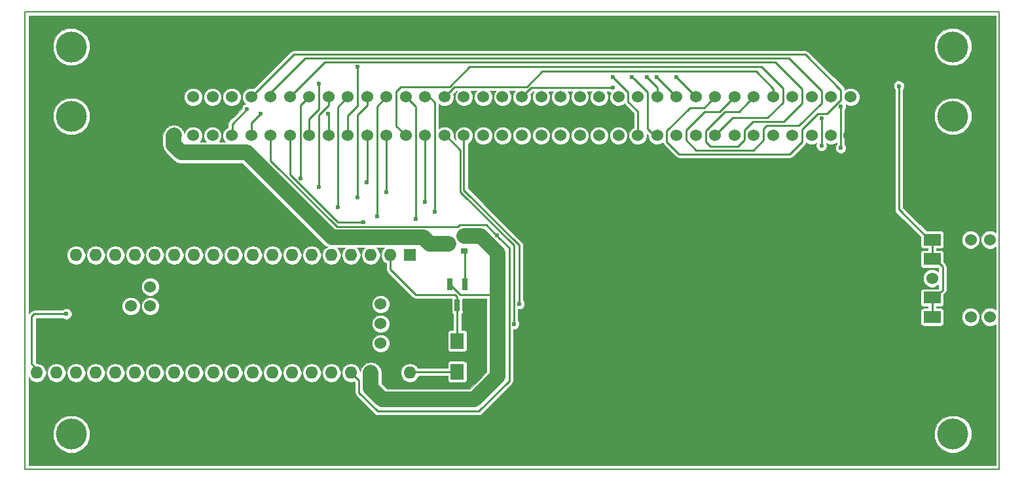
<source format=gbr>
G04 #@! TF.FileFunction,Copper,L1,Top,Signal*
%FSLAX46Y46*%
G04 Gerber Fmt 4.6, Leading zero omitted, Abs format (unit mm)*
G04 Created by KiCad (PCBNEW 4.0.4-stable) date 12/28/18 13:00:29*
%MOMM*%
%LPD*%
G01*
G04 APERTURE LIST*
%ADD10C,0.100000*%
%ADD11C,0.150000*%
%ADD12C,4.000000*%
%ADD13C,1.524000*%
%ADD14R,1.600000X1.600000*%
%ADD15O,1.600000X1.600000*%
%ADD16R,1.500000X2.200000*%
%ADD17R,2.200000X1.500000*%
%ADD18R,0.900000X0.800000*%
%ADD19R,1.700000X2.000000*%
%ADD20R,0.650000X1.560000*%
%ADD21C,0.600000*%
%ADD22C,1.800000*%
%ADD23C,1.850000*%
%ADD24C,2.000000*%
%ADD25C,0.250000*%
G04 APERTURE END LIST*
D10*
D11*
X211500000Y-150700000D02*
X211500000Y-91500000D01*
X85500000Y-150700000D02*
X85500000Y-91500000D01*
X85500000Y-91500000D02*
X211500000Y-91500000D01*
X85500000Y-150700000D02*
X211500000Y-150700000D01*
D12*
X91501100Y-105003600D03*
D13*
X192251100Y-107503600D03*
X189751100Y-107503600D03*
X187251100Y-107503600D03*
X184751100Y-107503600D03*
X182251100Y-107503600D03*
X179751100Y-107503600D03*
X177251100Y-107503600D03*
X174751100Y-107503600D03*
X172251100Y-107503600D03*
X169751100Y-107503600D03*
X167251100Y-107503600D03*
X164751100Y-107503600D03*
X162251100Y-107503600D03*
X159751100Y-107503600D03*
X157251100Y-107503600D03*
X154751100Y-107503600D03*
X152251100Y-107503600D03*
X149751100Y-107503600D03*
X147251100Y-107503600D03*
X144751100Y-107503600D03*
X142251100Y-107503600D03*
X139751100Y-107503600D03*
X137251100Y-107503600D03*
X134751100Y-107503600D03*
X132251100Y-107503600D03*
X129751100Y-107503600D03*
X127251100Y-107503600D03*
X124751100Y-107503600D03*
X122251100Y-107503600D03*
X119751100Y-107503600D03*
X117251100Y-107503600D03*
X114751100Y-107503600D03*
X112251100Y-107503600D03*
X109751100Y-107503600D03*
X107251100Y-107503600D03*
X104751100Y-107503600D03*
X192251100Y-102503600D03*
X189751100Y-102503600D03*
X187251100Y-102503600D03*
X184751100Y-102503600D03*
X182251100Y-102503600D03*
X179751100Y-102503600D03*
X177251100Y-102503600D03*
X174751100Y-102503600D03*
X172251100Y-102503600D03*
X169751100Y-102503600D03*
X167251100Y-102503600D03*
X164751100Y-102503600D03*
X162251100Y-102503600D03*
X159751100Y-102503600D03*
X157251100Y-102503600D03*
X154751100Y-102503600D03*
X152251100Y-102503600D03*
X149751100Y-102503600D03*
X147251100Y-102503600D03*
X144751100Y-102503600D03*
X142251100Y-102503600D03*
X139751100Y-102503600D03*
X137251100Y-102503600D03*
X134751100Y-102503600D03*
X132251100Y-102503600D03*
X129751100Y-102503600D03*
X127251100Y-102503600D03*
X124751100Y-102503600D03*
X122251100Y-102503600D03*
X119751100Y-102503600D03*
X117251100Y-102503600D03*
X114751100Y-102503600D03*
X112251100Y-102503600D03*
X109751100Y-102503600D03*
X107251100Y-102503600D03*
X104751100Y-102503600D03*
D12*
X205501100Y-105003600D03*
X205500000Y-96000000D03*
X91500000Y-96000000D03*
D13*
X96700000Y-127100000D03*
X99200000Y-127100000D03*
X101700000Y-127100000D03*
D14*
X135300000Y-123000000D03*
D15*
X87040000Y-138240000D03*
X132760000Y-123000000D03*
X89580000Y-138240000D03*
X130220000Y-123000000D03*
X92120000Y-138240000D03*
X127680000Y-123000000D03*
X94660000Y-138240000D03*
X125140000Y-123000000D03*
X97200000Y-138240000D03*
X122600000Y-123000000D03*
X99740000Y-138240000D03*
X120060000Y-123000000D03*
X102280000Y-138240000D03*
X117520000Y-123000000D03*
X104820000Y-138240000D03*
X114980000Y-123000000D03*
X107360000Y-138240000D03*
X112440000Y-123000000D03*
X109900000Y-138240000D03*
X109900000Y-123000000D03*
X112440000Y-138240000D03*
X107360000Y-123000000D03*
X114980000Y-138240000D03*
X104820000Y-123000000D03*
X117520000Y-138240000D03*
X102280000Y-123000000D03*
X120060000Y-138240000D03*
X99740000Y-123000000D03*
X122600000Y-138240000D03*
X97200000Y-123000000D03*
X125140000Y-138240000D03*
X94660000Y-123000000D03*
X127680000Y-138240000D03*
X92120000Y-123000000D03*
X130220000Y-138240000D03*
X89580000Y-123000000D03*
X132760000Y-138240000D03*
X87040000Y-123000000D03*
X135300000Y-138240000D03*
D13*
X131490000Y-134430000D03*
X131490000Y-131890000D03*
X131490000Y-129350000D03*
X131490000Y-126810000D03*
X101700000Y-129600000D03*
X99200000Y-129600000D03*
X96700000Y-129600000D03*
D12*
X205500000Y-146200000D03*
D13*
X202800000Y-126000000D03*
X207800000Y-121000000D03*
X207800000Y-131000000D03*
X210300000Y-121000000D03*
X210300000Y-131000000D03*
D16*
X207800000Y-126000000D03*
D17*
X202800000Y-123500000D03*
X202800000Y-128500000D03*
X202800000Y-131000000D03*
X202800000Y-121000000D03*
D18*
X142300000Y-122450000D03*
X142300000Y-120550000D03*
X140300000Y-121500000D03*
D19*
X141400000Y-138100000D03*
X141400000Y-134100000D03*
D20*
X140450000Y-129450000D03*
X141400000Y-129450000D03*
X142350000Y-129450000D03*
X142350000Y-126750000D03*
X140450000Y-126750000D03*
D12*
X91500000Y-146200000D03*
D21*
X128502129Y-115474990D03*
X125958051Y-116758051D03*
X131000000Y-118000000D03*
X136000000Y-118300000D03*
X138500000Y-117374977D03*
X137200000Y-116124965D03*
X132200000Y-114800000D03*
X129700000Y-113525011D03*
X128500000Y-98607704D03*
X164000000Y-99899992D03*
X161500000Y-99900000D03*
X124700000Y-104674968D03*
X123500000Y-100800000D03*
X149400000Y-129300000D03*
X148725010Y-131900000D03*
X188500000Y-108800000D03*
X188500000Y-105300000D03*
X129300000Y-118725010D03*
X191000000Y-103775000D03*
X191000000Y-109100000D03*
X146500000Y-120450011D03*
X115931587Y-104707011D03*
X165899998Y-99900000D03*
X167200000Y-99900000D03*
X114200000Y-104100000D03*
X123516944Y-114150021D03*
X121141949Y-113058051D03*
X90850000Y-130625000D03*
X169700000Y-99900000D03*
X198500000Y-101100000D03*
X161500000Y-101300000D03*
D22*
X93640000Y-129600000D02*
X95622370Y-129600000D01*
X87040000Y-123000000D02*
X93640000Y-129600000D01*
X95622370Y-129600000D02*
X96700000Y-129600000D01*
X87040000Y-123000000D02*
X89580000Y-123000000D01*
X89580000Y-117620000D02*
X87040000Y-120160000D01*
X87040000Y-120160000D02*
X87040000Y-123000000D01*
D23*
X193396400Y-107503600D02*
X194500000Y-106400000D01*
X194500000Y-106400000D02*
X194500000Y-99500000D01*
X192251100Y-107503600D02*
X193396400Y-107503600D01*
D24*
X104751100Y-102503600D02*
X104751100Y-100048900D01*
X104751100Y-100048900D02*
X109300000Y-95500000D01*
X109300000Y-95500000D02*
X190500000Y-95500000D01*
X190500000Y-95500000D02*
X194500000Y-99500000D01*
D25*
X142350000Y-129450000D02*
X142350000Y-130480000D01*
X142350000Y-130480000D02*
X143300000Y-131430000D01*
X135831370Y-136100000D02*
X134800000Y-135068630D01*
X143300000Y-131430000D02*
X143300000Y-135400000D01*
X143300000Y-135400000D02*
X142600000Y-136100000D01*
X142600000Y-136100000D02*
X135831370Y-136100000D01*
D24*
X104751100Y-102503600D02*
X104696400Y-102503600D01*
X104696400Y-102503600D02*
X89580000Y-117620000D01*
D25*
X140450000Y-129450000D02*
X135207630Y-129450000D01*
X135207630Y-129450000D02*
X134800000Y-129042370D01*
D24*
X134800000Y-135068630D02*
X134800000Y-129042370D01*
X134800000Y-129042370D02*
X132567630Y-126810000D01*
X132567630Y-126810000D02*
X131490000Y-126810000D01*
X132760000Y-138240000D02*
X132760000Y-137108630D01*
X132760000Y-137108630D02*
X134800000Y-135068630D01*
X97700000Y-132900000D02*
X124322370Y-132900000D01*
X124322370Y-132900000D02*
X130412370Y-126810000D01*
X130412370Y-126810000D02*
X131490000Y-126810000D01*
X96700000Y-131900000D02*
X97700000Y-132900000D01*
X96700000Y-129600000D02*
X96700000Y-131900000D01*
X96700000Y-129600000D02*
X96700000Y-127100000D01*
X96700000Y-127100000D02*
X99200000Y-127100000D01*
D25*
X128502129Y-115050726D02*
X128502129Y-115474990D01*
X128500000Y-115048597D02*
X128502129Y-115050726D01*
X128500000Y-104832330D02*
X128500000Y-115048597D01*
X129751100Y-103581230D02*
X128500000Y-104832330D01*
X129751100Y-102503600D02*
X129751100Y-103581230D01*
X125958051Y-103796649D02*
X125958051Y-116333787D01*
X127251100Y-102503600D02*
X125958051Y-103796649D01*
X125958051Y-116333787D02*
X125958051Y-116758051D01*
X131000000Y-117575736D02*
X131000000Y-118000000D01*
X132251100Y-102503600D02*
X131000000Y-103754700D01*
X131000000Y-103754700D02*
X131000000Y-117575736D01*
X136000000Y-117875736D02*
X136000000Y-118300000D01*
X136000000Y-103752500D02*
X136000000Y-117875736D01*
X134751100Y-102503600D02*
X136000000Y-103752500D01*
X137251100Y-102503600D02*
X137778600Y-102503600D01*
X137778600Y-102503600D02*
X138500000Y-103225000D01*
X138500000Y-103225000D02*
X138500000Y-116950713D01*
X138500000Y-116950713D02*
X138500000Y-117374977D01*
X137251100Y-107503600D02*
X137251100Y-116073865D01*
X137251100Y-116073865D02*
X137200000Y-116124965D01*
X174751100Y-107503600D02*
X177054700Y-105200000D01*
X180700000Y-98600000D02*
X143000000Y-98600000D01*
X177054700Y-105200000D02*
X181500000Y-105200000D01*
X183500000Y-103200000D02*
X183500000Y-101400000D01*
X181500000Y-105200000D02*
X183500000Y-103200000D01*
X143000000Y-98600000D02*
X140400000Y-101200000D01*
X133500000Y-101800000D02*
X133500000Y-106252500D01*
X183500000Y-101400000D02*
X180700000Y-98600000D01*
X140400000Y-101200000D02*
X134100000Y-101200000D01*
X134100000Y-101200000D02*
X133500000Y-101800000D01*
X133500000Y-106252500D02*
X134751100Y-107503600D01*
X132251100Y-114748900D02*
X132200000Y-114800000D01*
X132251100Y-107503600D02*
X132251100Y-114748900D01*
X129751100Y-107503600D02*
X129751100Y-113473911D01*
X129751100Y-113473911D02*
X129700000Y-113525011D01*
X167251100Y-107503600D02*
X166853600Y-107503600D01*
X166853600Y-107503600D02*
X166000000Y-106650000D01*
X166000000Y-106650000D02*
X166000000Y-101899992D01*
X166000000Y-101899992D02*
X164299999Y-100199991D01*
X164299999Y-100199991D02*
X164000000Y-99899992D01*
X127251100Y-104948900D02*
X128500000Y-103700000D01*
X127251100Y-107503600D02*
X127251100Y-104948900D01*
X128500000Y-99031968D02*
X128500000Y-98607704D01*
X128500000Y-103700000D02*
X128500000Y-99031968D01*
X164751100Y-107503600D02*
X164751100Y-104376100D01*
X164751100Y-104376100D02*
X163500000Y-103125000D01*
X163500000Y-103125000D02*
X163500000Y-101900000D01*
X163500000Y-101900000D02*
X161799999Y-100199999D01*
X161799999Y-100199999D02*
X161500000Y-99900000D01*
X124751100Y-104726068D02*
X124700000Y-104674968D01*
X124751100Y-107503600D02*
X124751100Y-104726068D01*
X123500000Y-104100000D02*
X122251100Y-105348900D01*
X122251100Y-105348900D02*
X122251100Y-107503600D01*
X123500000Y-100800000D02*
X123500000Y-104100000D01*
X142251100Y-114551100D02*
X149400000Y-121700000D01*
X149400000Y-121700000D02*
X149400000Y-129300000D01*
X142251100Y-107503600D02*
X142251100Y-114551100D01*
X148725010Y-131900000D02*
X148725010Y-121725010D01*
X148725010Y-121725010D02*
X141800000Y-114800000D01*
X141800000Y-114800000D02*
X141800000Y-109400000D01*
X141800000Y-109400000D02*
X139900000Y-107500000D01*
X139900000Y-107500000D02*
X139754700Y-107500000D01*
X139754700Y-107500000D02*
X139751100Y-107503600D01*
X125925010Y-118725010D02*
X129300000Y-118725010D01*
X119751100Y-107503600D02*
X119751100Y-112551100D01*
X119751100Y-112551100D02*
X125925010Y-118725010D01*
X188500000Y-105300000D02*
X188500000Y-108800000D01*
X191000000Y-109100000D02*
X191000000Y-103775000D01*
X117251100Y-107503600D02*
X117251100Y-110751100D01*
X117251100Y-110751100D02*
X125850011Y-119350011D01*
X141450011Y-119350011D02*
X141450000Y-119350000D01*
X141450000Y-119350000D02*
X141700000Y-119100000D01*
X125850011Y-119350011D02*
X141450011Y-119350011D01*
X141700000Y-119100000D02*
X145149989Y-119100000D01*
X146200001Y-120150012D02*
X146500000Y-120450011D01*
X145149989Y-119100000D02*
X146200001Y-120150012D01*
X127680000Y-138240000D02*
X128700000Y-139260000D01*
X128700000Y-139260000D02*
X128700000Y-140800000D01*
X148100000Y-122050011D02*
X146799999Y-120750010D01*
X128700000Y-140800000D02*
X131100000Y-143200000D01*
X131100000Y-143200000D02*
X144200000Y-143200000D01*
X144200000Y-143200000D02*
X148100000Y-139300000D01*
X148100000Y-139300000D02*
X148100000Y-122050011D01*
X146799999Y-120750010D02*
X146500000Y-120450011D01*
X114751100Y-107503600D02*
X114751100Y-105887498D01*
X115631588Y-105007010D02*
X115931587Y-104707011D01*
X114751100Y-105887498D02*
X115631588Y-105007010D01*
X166199997Y-100199999D02*
X165899998Y-99900000D01*
X167251100Y-101251102D02*
X166199997Y-100199999D01*
X167251100Y-102503600D02*
X167251100Y-101251102D01*
X167200000Y-99952500D02*
X167200000Y-99900000D01*
X169751100Y-102503600D02*
X167200000Y-99952500D01*
X114200000Y-104100000D02*
X112300000Y-106000000D01*
X112300000Y-106000000D02*
X112300000Y-107454700D01*
X112300000Y-107454700D02*
X112251100Y-107503600D01*
D24*
X140300000Y-121500000D02*
X137850000Y-121500000D01*
X137850000Y-121500000D02*
X137025022Y-120675022D01*
X137025022Y-120675022D02*
X125175022Y-120675022D01*
X125175022Y-120675022D02*
X114200000Y-109700000D01*
X104700000Y-107554700D02*
X104751100Y-107503600D01*
X114200000Y-109700000D02*
X105700000Y-109700000D01*
X105700000Y-109700000D02*
X104700000Y-108700000D01*
X104700000Y-108700000D02*
X104700000Y-107554700D01*
D25*
X123516944Y-113725757D02*
X123516944Y-114150021D01*
X123500000Y-104832330D02*
X123500000Y-113708813D01*
X124751100Y-102503600D02*
X124751100Y-103581230D01*
X123500000Y-113708813D02*
X123516944Y-113725757D01*
X124751100Y-103581230D02*
X123500000Y-104832330D01*
X121141949Y-103612751D02*
X121141949Y-112633787D01*
X122251100Y-102503600D02*
X121141949Y-103612751D01*
X121141949Y-112633787D02*
X121141949Y-113058051D01*
X182251100Y-102503600D02*
X182251100Y-101425970D01*
X150400000Y-101200000D02*
X141054700Y-101200000D01*
X141054700Y-101200000D02*
X139751100Y-102503600D01*
X182251100Y-101425970D02*
X180025130Y-99200000D01*
X180025130Y-99200000D02*
X152400000Y-99200000D01*
X152400000Y-99200000D02*
X150400000Y-101200000D01*
X119751100Y-102503600D02*
X124271997Y-97982703D01*
X179600000Y-105700000D02*
X178500000Y-106800000D01*
X173500000Y-106891110D02*
X175991110Y-104400000D01*
X124271997Y-97982703D02*
X182482703Y-97982703D01*
X182482703Y-97982703D02*
X186000000Y-101500000D01*
X186000000Y-101500000D02*
X186000000Y-103300000D01*
X178500000Y-108100000D02*
X177700000Y-108900000D01*
X186000000Y-103300000D02*
X183600000Y-105700000D01*
X173500000Y-108300000D02*
X173500000Y-106891110D01*
X183600000Y-105700000D02*
X179600000Y-105700000D01*
X178500000Y-106800000D02*
X178500000Y-108100000D01*
X177700000Y-108900000D02*
X174100000Y-108900000D01*
X174100000Y-108900000D02*
X173500000Y-108300000D01*
X175991110Y-104400000D02*
X177854700Y-104400000D01*
X177854700Y-104400000D02*
X178989101Y-103265599D01*
X178989101Y-103265599D02*
X179751100Y-102503600D01*
X117251100Y-102503600D02*
X117251100Y-101948900D01*
X172300000Y-109400000D02*
X171000000Y-108100000D01*
X117251100Y-101948900D02*
X121700000Y-97500000D01*
X121700000Y-97500000D02*
X184300000Y-97500000D01*
X181000000Y-108100000D02*
X179700000Y-109400000D01*
X171000000Y-108100000D02*
X171000000Y-106800000D01*
X171000000Y-106800000D02*
X173400000Y-104400000D01*
X184300000Y-97500000D02*
X188500000Y-101700000D01*
X179700000Y-109400000D02*
X172300000Y-109400000D01*
X188500000Y-101700000D02*
X188500000Y-103300000D01*
X188500000Y-103300000D02*
X185600000Y-106200000D01*
X185600000Y-106200000D02*
X181400000Y-106200000D01*
X181400000Y-106200000D02*
X181000000Y-106600000D01*
X181000000Y-106600000D02*
X181000000Y-108100000D01*
X173400000Y-104400000D02*
X175354700Y-104400000D01*
X175354700Y-104400000D02*
X177251100Y-102503600D01*
X173989101Y-103265599D02*
X174751100Y-102503600D01*
X171500000Y-103900000D02*
X173354700Y-103900000D01*
X168500000Y-106900000D02*
X171500000Y-103900000D01*
X168500000Y-108300000D02*
X168500000Y-106900000D01*
X186000000Y-108300000D02*
X184400000Y-109900000D01*
X184400000Y-109900000D02*
X170100000Y-109900000D01*
X188025001Y-104674999D02*
X186000000Y-106700000D01*
X191000000Y-101600000D02*
X191000000Y-102874998D01*
X186000000Y-106700000D02*
X186000000Y-108300000D01*
X189199999Y-104674999D02*
X188025001Y-104674999D01*
X170100000Y-109900000D02*
X168500000Y-108300000D01*
X186400000Y-97000000D02*
X191000000Y-101600000D01*
X120254700Y-97000000D02*
X186400000Y-97000000D01*
X191000000Y-102874998D02*
X189199999Y-104674999D01*
X173354700Y-103900000D02*
X173989101Y-103265599D01*
X114751100Y-102503600D02*
X120254700Y-97000000D01*
X114800000Y-102454700D02*
X114751100Y-102503600D01*
X90850000Y-130625000D02*
X86700000Y-130625000D01*
X86900000Y-138100000D02*
X87040000Y-138240000D01*
X86700000Y-130625000D02*
X86375000Y-130950000D01*
X86375000Y-130950000D02*
X86375000Y-137125000D01*
X86375000Y-137125000D02*
X86900000Y-137650000D01*
X86900000Y-137650000D02*
X86900000Y-138100000D01*
X169700000Y-99952500D02*
X169700000Y-99900000D01*
X172251100Y-102503600D02*
X169700000Y-99952500D01*
X198500000Y-101100000D02*
X198500000Y-117050000D01*
X198500000Y-117050000D02*
X202450000Y-121000000D01*
X202450000Y-121000000D02*
X202800000Y-121000000D01*
X150954700Y-101300000D02*
X161075736Y-101300000D01*
X149751100Y-102503600D02*
X150954700Y-101300000D01*
X161075736Y-101300000D02*
X161500000Y-101300000D01*
X202800000Y-131000000D02*
X202800000Y-130000000D01*
X202800000Y-130000000D02*
X202800000Y-128500000D01*
X202800000Y-123500000D02*
X203150000Y-123500000D01*
X203150000Y-123500000D02*
X204150000Y-124500000D01*
X204150000Y-127500000D02*
X203150000Y-128500000D01*
X203150000Y-128500000D02*
X202800000Y-128500000D01*
X204150000Y-124500000D02*
X204150000Y-127500000D01*
X202800000Y-121000000D02*
X202800000Y-122000000D01*
X202800000Y-122000000D02*
X202800000Y-123500000D01*
X142350000Y-126750000D02*
X142350000Y-122500000D01*
X142350000Y-122500000D02*
X142300000Y-122450000D01*
D24*
X146600000Y-122746155D02*
X146600000Y-128000000D01*
X142300000Y-120550000D02*
X144403845Y-120550000D01*
X144403845Y-120550000D02*
X146600000Y-122746155D01*
D25*
X146500000Y-128100000D02*
X146600000Y-128000000D01*
X141800000Y-128100000D02*
X146500000Y-128100000D01*
X140450000Y-126750000D02*
X141800000Y-128100000D01*
D24*
X146600000Y-128000000D02*
X146600000Y-138700000D01*
X146600000Y-138700000D02*
X143600000Y-141700000D01*
X130220000Y-140220000D02*
X131700000Y-141700000D01*
X131700000Y-141700000D02*
X143600000Y-141700000D01*
X130220000Y-138240000D02*
X130220000Y-140220000D01*
D25*
X141400000Y-138100000D02*
X135440000Y-138100000D01*
X135440000Y-138100000D02*
X135300000Y-138240000D01*
X141400000Y-129450000D02*
X141400000Y-128420000D01*
X141400000Y-128420000D02*
X141080000Y-128100000D01*
X141080000Y-128100000D02*
X136000000Y-128100000D01*
X136000000Y-128100000D02*
X132760000Y-124860000D01*
X132760000Y-124860000D02*
X132760000Y-123000000D01*
X141400000Y-134100000D02*
X141400000Y-132850000D01*
X141400000Y-132850000D02*
X141400000Y-129450000D01*
D10*
G36*
X211025000Y-120081514D02*
X210959080Y-120015479D01*
X210532150Y-119838202D01*
X210069878Y-119837799D01*
X209642640Y-120014330D01*
X209315479Y-120340920D01*
X209138202Y-120767850D01*
X209137799Y-121230122D01*
X209314330Y-121657360D01*
X209640920Y-121984521D01*
X210067850Y-122161798D01*
X210530122Y-122162201D01*
X210957360Y-121985670D01*
X211025000Y-121918148D01*
X211025000Y-130081514D01*
X210959080Y-130015479D01*
X210532150Y-129838202D01*
X210069878Y-129837799D01*
X209642640Y-130014330D01*
X209315479Y-130340920D01*
X209138202Y-130767850D01*
X209137799Y-131230122D01*
X209314330Y-131657360D01*
X209640920Y-131984521D01*
X210067850Y-132161798D01*
X210530122Y-132162201D01*
X210957360Y-131985670D01*
X211025000Y-131918148D01*
X211025000Y-150225000D01*
X85975000Y-150225000D01*
X85975000Y-146675295D01*
X89099584Y-146675295D01*
X89464192Y-147557715D01*
X90138734Y-148233435D01*
X91020516Y-148599583D01*
X91975295Y-148600416D01*
X92857715Y-148235808D01*
X93533435Y-147561266D01*
X93899583Y-146679484D01*
X93899586Y-146675295D01*
X203099584Y-146675295D01*
X203464192Y-147557715D01*
X204138734Y-148233435D01*
X205020516Y-148599583D01*
X205975295Y-148600416D01*
X206857715Y-148235808D01*
X207533435Y-147561266D01*
X207899583Y-146679484D01*
X207900416Y-145724705D01*
X207535808Y-144842285D01*
X206861266Y-144166565D01*
X205979484Y-143800417D01*
X205024705Y-143799584D01*
X204142285Y-144164192D01*
X203466565Y-144838734D01*
X203100417Y-145720516D01*
X203099584Y-146675295D01*
X93899586Y-146675295D01*
X93900416Y-145724705D01*
X93535808Y-144842285D01*
X92861266Y-144166565D01*
X91979484Y-143800417D01*
X91024705Y-143799584D01*
X90142285Y-144164192D01*
X89466565Y-144838734D01*
X89100417Y-145720516D01*
X89099584Y-146675295D01*
X85975000Y-146675295D01*
X85975000Y-138788063D01*
X86191472Y-139112037D01*
X86580780Y-139372164D01*
X87040000Y-139463509D01*
X87499220Y-139372164D01*
X87888528Y-139112037D01*
X88148655Y-138722729D01*
X88240000Y-138263509D01*
X88240000Y-138216491D01*
X88380000Y-138216491D01*
X88380000Y-138263509D01*
X88471345Y-138722729D01*
X88731472Y-139112037D01*
X89120780Y-139372164D01*
X89580000Y-139463509D01*
X90039220Y-139372164D01*
X90428528Y-139112037D01*
X90688655Y-138722729D01*
X90780000Y-138263509D01*
X90780000Y-138216491D01*
X90920000Y-138216491D01*
X90920000Y-138263509D01*
X91011345Y-138722729D01*
X91271472Y-139112037D01*
X91660780Y-139372164D01*
X92120000Y-139463509D01*
X92579220Y-139372164D01*
X92968528Y-139112037D01*
X93228655Y-138722729D01*
X93320000Y-138263509D01*
X93320000Y-138216491D01*
X93460000Y-138216491D01*
X93460000Y-138263509D01*
X93551345Y-138722729D01*
X93811472Y-139112037D01*
X94200780Y-139372164D01*
X94660000Y-139463509D01*
X95119220Y-139372164D01*
X95508528Y-139112037D01*
X95768655Y-138722729D01*
X95860000Y-138263509D01*
X95860000Y-138216491D01*
X96000000Y-138216491D01*
X96000000Y-138263509D01*
X96091345Y-138722729D01*
X96351472Y-139112037D01*
X96740780Y-139372164D01*
X97200000Y-139463509D01*
X97659220Y-139372164D01*
X98048528Y-139112037D01*
X98308655Y-138722729D01*
X98400000Y-138263509D01*
X98400000Y-138216491D01*
X98540000Y-138216491D01*
X98540000Y-138263509D01*
X98631345Y-138722729D01*
X98891472Y-139112037D01*
X99280780Y-139372164D01*
X99740000Y-139463509D01*
X100199220Y-139372164D01*
X100588528Y-139112037D01*
X100848655Y-138722729D01*
X100940000Y-138263509D01*
X100940000Y-138216491D01*
X101080000Y-138216491D01*
X101080000Y-138263509D01*
X101171345Y-138722729D01*
X101431472Y-139112037D01*
X101820780Y-139372164D01*
X102280000Y-139463509D01*
X102739220Y-139372164D01*
X103128528Y-139112037D01*
X103388655Y-138722729D01*
X103480000Y-138263509D01*
X103480000Y-138216491D01*
X103620000Y-138216491D01*
X103620000Y-138263509D01*
X103711345Y-138722729D01*
X103971472Y-139112037D01*
X104360780Y-139372164D01*
X104820000Y-139463509D01*
X105279220Y-139372164D01*
X105668528Y-139112037D01*
X105928655Y-138722729D01*
X106020000Y-138263509D01*
X106020000Y-138216491D01*
X106160000Y-138216491D01*
X106160000Y-138263509D01*
X106251345Y-138722729D01*
X106511472Y-139112037D01*
X106900780Y-139372164D01*
X107360000Y-139463509D01*
X107819220Y-139372164D01*
X108208528Y-139112037D01*
X108468655Y-138722729D01*
X108560000Y-138263509D01*
X108560000Y-138216491D01*
X108700000Y-138216491D01*
X108700000Y-138263509D01*
X108791345Y-138722729D01*
X109051472Y-139112037D01*
X109440780Y-139372164D01*
X109900000Y-139463509D01*
X110359220Y-139372164D01*
X110748528Y-139112037D01*
X111008655Y-138722729D01*
X111100000Y-138263509D01*
X111100000Y-138216491D01*
X111240000Y-138216491D01*
X111240000Y-138263509D01*
X111331345Y-138722729D01*
X111591472Y-139112037D01*
X111980780Y-139372164D01*
X112440000Y-139463509D01*
X112899220Y-139372164D01*
X113288528Y-139112037D01*
X113548655Y-138722729D01*
X113640000Y-138263509D01*
X113640000Y-138216491D01*
X113780000Y-138216491D01*
X113780000Y-138263509D01*
X113871345Y-138722729D01*
X114131472Y-139112037D01*
X114520780Y-139372164D01*
X114980000Y-139463509D01*
X115439220Y-139372164D01*
X115828528Y-139112037D01*
X116088655Y-138722729D01*
X116180000Y-138263509D01*
X116180000Y-138216491D01*
X116320000Y-138216491D01*
X116320000Y-138263509D01*
X116411345Y-138722729D01*
X116671472Y-139112037D01*
X117060780Y-139372164D01*
X117520000Y-139463509D01*
X117979220Y-139372164D01*
X118368528Y-139112037D01*
X118628655Y-138722729D01*
X118720000Y-138263509D01*
X118720000Y-138216491D01*
X118860000Y-138216491D01*
X118860000Y-138263509D01*
X118951345Y-138722729D01*
X119211472Y-139112037D01*
X119600780Y-139372164D01*
X120060000Y-139463509D01*
X120519220Y-139372164D01*
X120908528Y-139112037D01*
X121168655Y-138722729D01*
X121260000Y-138263509D01*
X121260000Y-138216491D01*
X121400000Y-138216491D01*
X121400000Y-138263509D01*
X121491345Y-138722729D01*
X121751472Y-139112037D01*
X122140780Y-139372164D01*
X122600000Y-139463509D01*
X123059220Y-139372164D01*
X123448528Y-139112037D01*
X123708655Y-138722729D01*
X123800000Y-138263509D01*
X123800000Y-138216491D01*
X123940000Y-138216491D01*
X123940000Y-138263509D01*
X124031345Y-138722729D01*
X124291472Y-139112037D01*
X124680780Y-139372164D01*
X125140000Y-139463509D01*
X125599220Y-139372164D01*
X125988528Y-139112037D01*
X126248655Y-138722729D01*
X126340000Y-138263509D01*
X126340000Y-138216491D01*
X126248655Y-137757271D01*
X125988528Y-137367963D01*
X125599220Y-137107836D01*
X125140000Y-137016491D01*
X124680780Y-137107836D01*
X124291472Y-137367963D01*
X124031345Y-137757271D01*
X123940000Y-138216491D01*
X123800000Y-138216491D01*
X123708655Y-137757271D01*
X123448528Y-137367963D01*
X123059220Y-137107836D01*
X122600000Y-137016491D01*
X122140780Y-137107836D01*
X121751472Y-137367963D01*
X121491345Y-137757271D01*
X121400000Y-138216491D01*
X121260000Y-138216491D01*
X121168655Y-137757271D01*
X120908528Y-137367963D01*
X120519220Y-137107836D01*
X120060000Y-137016491D01*
X119600780Y-137107836D01*
X119211472Y-137367963D01*
X118951345Y-137757271D01*
X118860000Y-138216491D01*
X118720000Y-138216491D01*
X118628655Y-137757271D01*
X118368528Y-137367963D01*
X117979220Y-137107836D01*
X117520000Y-137016491D01*
X117060780Y-137107836D01*
X116671472Y-137367963D01*
X116411345Y-137757271D01*
X116320000Y-138216491D01*
X116180000Y-138216491D01*
X116088655Y-137757271D01*
X115828528Y-137367963D01*
X115439220Y-137107836D01*
X114980000Y-137016491D01*
X114520780Y-137107836D01*
X114131472Y-137367963D01*
X113871345Y-137757271D01*
X113780000Y-138216491D01*
X113640000Y-138216491D01*
X113548655Y-137757271D01*
X113288528Y-137367963D01*
X112899220Y-137107836D01*
X112440000Y-137016491D01*
X111980780Y-137107836D01*
X111591472Y-137367963D01*
X111331345Y-137757271D01*
X111240000Y-138216491D01*
X111100000Y-138216491D01*
X111008655Y-137757271D01*
X110748528Y-137367963D01*
X110359220Y-137107836D01*
X109900000Y-137016491D01*
X109440780Y-137107836D01*
X109051472Y-137367963D01*
X108791345Y-137757271D01*
X108700000Y-138216491D01*
X108560000Y-138216491D01*
X108468655Y-137757271D01*
X108208528Y-137367963D01*
X107819220Y-137107836D01*
X107360000Y-137016491D01*
X106900780Y-137107836D01*
X106511472Y-137367963D01*
X106251345Y-137757271D01*
X106160000Y-138216491D01*
X106020000Y-138216491D01*
X105928655Y-137757271D01*
X105668528Y-137367963D01*
X105279220Y-137107836D01*
X104820000Y-137016491D01*
X104360780Y-137107836D01*
X103971472Y-137367963D01*
X103711345Y-137757271D01*
X103620000Y-138216491D01*
X103480000Y-138216491D01*
X103388655Y-137757271D01*
X103128528Y-137367963D01*
X102739220Y-137107836D01*
X102280000Y-137016491D01*
X101820780Y-137107836D01*
X101431472Y-137367963D01*
X101171345Y-137757271D01*
X101080000Y-138216491D01*
X100940000Y-138216491D01*
X100848655Y-137757271D01*
X100588528Y-137367963D01*
X100199220Y-137107836D01*
X99740000Y-137016491D01*
X99280780Y-137107836D01*
X98891472Y-137367963D01*
X98631345Y-137757271D01*
X98540000Y-138216491D01*
X98400000Y-138216491D01*
X98308655Y-137757271D01*
X98048528Y-137367963D01*
X97659220Y-137107836D01*
X97200000Y-137016491D01*
X96740780Y-137107836D01*
X96351472Y-137367963D01*
X96091345Y-137757271D01*
X96000000Y-138216491D01*
X95860000Y-138216491D01*
X95768655Y-137757271D01*
X95508528Y-137367963D01*
X95119220Y-137107836D01*
X94660000Y-137016491D01*
X94200780Y-137107836D01*
X93811472Y-137367963D01*
X93551345Y-137757271D01*
X93460000Y-138216491D01*
X93320000Y-138216491D01*
X93228655Y-137757271D01*
X92968528Y-137367963D01*
X92579220Y-137107836D01*
X92120000Y-137016491D01*
X91660780Y-137107836D01*
X91271472Y-137367963D01*
X91011345Y-137757271D01*
X90920000Y-138216491D01*
X90780000Y-138216491D01*
X90688655Y-137757271D01*
X90428528Y-137367963D01*
X90039220Y-137107836D01*
X89580000Y-137016491D01*
X89120780Y-137107836D01*
X88731472Y-137367963D01*
X88471345Y-137757271D01*
X88380000Y-138216491D01*
X88240000Y-138216491D01*
X88148655Y-137757271D01*
X87888528Y-137367963D01*
X87499220Y-137107836D01*
X87040000Y-137016491D01*
X87014104Y-137021642D01*
X86900000Y-136907538D01*
X86900000Y-134660122D01*
X130327799Y-134660122D01*
X130504330Y-135087360D01*
X130830920Y-135414521D01*
X131257850Y-135591798D01*
X131720122Y-135592201D01*
X132147360Y-135415670D01*
X132474521Y-135089080D01*
X132651798Y-134662150D01*
X132652201Y-134199878D01*
X132475670Y-133772640D01*
X132149080Y-133445479D01*
X131722150Y-133268202D01*
X131259878Y-133267799D01*
X130832640Y-133444330D01*
X130505479Y-133770920D01*
X130328202Y-134197850D01*
X130327799Y-134660122D01*
X86900000Y-134660122D01*
X86900000Y-132120122D01*
X130327799Y-132120122D01*
X130504330Y-132547360D01*
X130830920Y-132874521D01*
X131257850Y-133051798D01*
X131720122Y-133052201D01*
X132147360Y-132875670D01*
X132474521Y-132549080D01*
X132651798Y-132122150D01*
X132652201Y-131659878D01*
X132475670Y-131232640D01*
X132149080Y-130905479D01*
X131722150Y-130728202D01*
X131259878Y-130727799D01*
X130832640Y-130904330D01*
X130505479Y-131230920D01*
X130328202Y-131657850D01*
X130327799Y-132120122D01*
X86900000Y-132120122D01*
X86900000Y-131167462D01*
X86917462Y-131150000D01*
X90384998Y-131150000D01*
X90452964Y-131218085D01*
X90710150Y-131324878D01*
X90988628Y-131325121D01*
X91246000Y-131218777D01*
X91443085Y-131022036D01*
X91549878Y-130764850D01*
X91550121Y-130486372D01*
X91443777Y-130229000D01*
X91247036Y-130031915D01*
X90989850Y-129925122D01*
X90711372Y-129924879D01*
X90454000Y-130031223D01*
X90385103Y-130100000D01*
X86700000Y-130100000D01*
X86499091Y-130139963D01*
X86328769Y-130253769D01*
X86003769Y-130578769D01*
X85975000Y-130621825D01*
X85975000Y-129830122D01*
X98037799Y-129830122D01*
X98214330Y-130257360D01*
X98540920Y-130584521D01*
X98967850Y-130761798D01*
X99430122Y-130762201D01*
X99857360Y-130585670D01*
X100184521Y-130259080D01*
X100361798Y-129832150D01*
X100361799Y-129830122D01*
X100537799Y-129830122D01*
X100714330Y-130257360D01*
X101040920Y-130584521D01*
X101467850Y-130761798D01*
X101930122Y-130762201D01*
X102357360Y-130585670D01*
X102684521Y-130259080D01*
X102861798Y-129832150D01*
X102862017Y-129580122D01*
X130327799Y-129580122D01*
X130504330Y-130007360D01*
X130830920Y-130334521D01*
X131257850Y-130511798D01*
X131720122Y-130512201D01*
X132147360Y-130335670D01*
X132474521Y-130009080D01*
X132651798Y-129582150D01*
X132652201Y-129119878D01*
X132475670Y-128692640D01*
X132149080Y-128365479D01*
X131722150Y-128188202D01*
X131259878Y-128187799D01*
X130832640Y-128364330D01*
X130505479Y-128690920D01*
X130328202Y-129117850D01*
X130327799Y-129580122D01*
X102862017Y-129580122D01*
X102862201Y-129369878D01*
X102685670Y-128942640D01*
X102359080Y-128615479D01*
X101932150Y-128438202D01*
X101469878Y-128437799D01*
X101042640Y-128614330D01*
X100715479Y-128940920D01*
X100538202Y-129367850D01*
X100537799Y-129830122D01*
X100361799Y-129830122D01*
X100362201Y-129369878D01*
X100185670Y-128942640D01*
X99859080Y-128615479D01*
X99432150Y-128438202D01*
X98969878Y-128437799D01*
X98542640Y-128614330D01*
X98215479Y-128940920D01*
X98038202Y-129367850D01*
X98037799Y-129830122D01*
X85975000Y-129830122D01*
X85975000Y-127330122D01*
X100537799Y-127330122D01*
X100714330Y-127757360D01*
X101040920Y-128084521D01*
X101467850Y-128261798D01*
X101930122Y-128262201D01*
X102357360Y-128085670D01*
X102684521Y-127759080D01*
X102861798Y-127332150D01*
X102862201Y-126869878D01*
X102685670Y-126442640D01*
X102359080Y-126115479D01*
X101932150Y-125938202D01*
X101469878Y-125937799D01*
X101042640Y-126114330D01*
X100715479Y-126440920D01*
X100538202Y-126867850D01*
X100537799Y-127330122D01*
X85975000Y-127330122D01*
X85975000Y-122976491D01*
X90920000Y-122976491D01*
X90920000Y-123023509D01*
X91011345Y-123482729D01*
X91271472Y-123872037D01*
X91660780Y-124132164D01*
X92120000Y-124223509D01*
X92579220Y-124132164D01*
X92968528Y-123872037D01*
X93228655Y-123482729D01*
X93320000Y-123023509D01*
X93320000Y-122976491D01*
X93460000Y-122976491D01*
X93460000Y-123023509D01*
X93551345Y-123482729D01*
X93811472Y-123872037D01*
X94200780Y-124132164D01*
X94660000Y-124223509D01*
X95119220Y-124132164D01*
X95508528Y-123872037D01*
X95768655Y-123482729D01*
X95860000Y-123023509D01*
X95860000Y-122976491D01*
X96000000Y-122976491D01*
X96000000Y-123023509D01*
X96091345Y-123482729D01*
X96351472Y-123872037D01*
X96740780Y-124132164D01*
X97200000Y-124223509D01*
X97659220Y-124132164D01*
X98048528Y-123872037D01*
X98308655Y-123482729D01*
X98400000Y-123023509D01*
X98400000Y-122976491D01*
X98540000Y-122976491D01*
X98540000Y-123023509D01*
X98631345Y-123482729D01*
X98891472Y-123872037D01*
X99280780Y-124132164D01*
X99740000Y-124223509D01*
X100199220Y-124132164D01*
X100588528Y-123872037D01*
X100848655Y-123482729D01*
X100940000Y-123023509D01*
X100940000Y-122976491D01*
X101080000Y-122976491D01*
X101080000Y-123023509D01*
X101171345Y-123482729D01*
X101431472Y-123872037D01*
X101820780Y-124132164D01*
X102280000Y-124223509D01*
X102739220Y-124132164D01*
X103128528Y-123872037D01*
X103388655Y-123482729D01*
X103480000Y-123023509D01*
X103480000Y-122976491D01*
X103620000Y-122976491D01*
X103620000Y-123023509D01*
X103711345Y-123482729D01*
X103971472Y-123872037D01*
X104360780Y-124132164D01*
X104820000Y-124223509D01*
X105279220Y-124132164D01*
X105668528Y-123872037D01*
X105928655Y-123482729D01*
X106020000Y-123023509D01*
X106020000Y-122976491D01*
X106160000Y-122976491D01*
X106160000Y-123023509D01*
X106251345Y-123482729D01*
X106511472Y-123872037D01*
X106900780Y-124132164D01*
X107360000Y-124223509D01*
X107819220Y-124132164D01*
X108208528Y-123872037D01*
X108468655Y-123482729D01*
X108560000Y-123023509D01*
X108560000Y-122976491D01*
X108700000Y-122976491D01*
X108700000Y-123023509D01*
X108791345Y-123482729D01*
X109051472Y-123872037D01*
X109440780Y-124132164D01*
X109900000Y-124223509D01*
X110359220Y-124132164D01*
X110748528Y-123872037D01*
X111008655Y-123482729D01*
X111100000Y-123023509D01*
X111100000Y-122976491D01*
X111240000Y-122976491D01*
X111240000Y-123023509D01*
X111331345Y-123482729D01*
X111591472Y-123872037D01*
X111980780Y-124132164D01*
X112440000Y-124223509D01*
X112899220Y-124132164D01*
X113288528Y-123872037D01*
X113548655Y-123482729D01*
X113640000Y-123023509D01*
X113640000Y-122976491D01*
X113780000Y-122976491D01*
X113780000Y-123023509D01*
X113871345Y-123482729D01*
X114131472Y-123872037D01*
X114520780Y-124132164D01*
X114980000Y-124223509D01*
X115439220Y-124132164D01*
X115828528Y-123872037D01*
X116088655Y-123482729D01*
X116180000Y-123023509D01*
X116180000Y-122976491D01*
X116320000Y-122976491D01*
X116320000Y-123023509D01*
X116411345Y-123482729D01*
X116671472Y-123872037D01*
X117060780Y-124132164D01*
X117520000Y-124223509D01*
X117979220Y-124132164D01*
X118368528Y-123872037D01*
X118628655Y-123482729D01*
X118720000Y-123023509D01*
X118720000Y-122976491D01*
X118860000Y-122976491D01*
X118860000Y-123023509D01*
X118951345Y-123482729D01*
X119211472Y-123872037D01*
X119600780Y-124132164D01*
X120060000Y-124223509D01*
X120519220Y-124132164D01*
X120908528Y-123872037D01*
X121168655Y-123482729D01*
X121260000Y-123023509D01*
X121260000Y-122976491D01*
X121400000Y-122976491D01*
X121400000Y-123023509D01*
X121491345Y-123482729D01*
X121751472Y-123872037D01*
X122140780Y-124132164D01*
X122600000Y-124223509D01*
X123059220Y-124132164D01*
X123448528Y-123872037D01*
X123708655Y-123482729D01*
X123800000Y-123023509D01*
X123800000Y-122976491D01*
X123708655Y-122517271D01*
X123448528Y-122127963D01*
X123059220Y-121867836D01*
X122600000Y-121776491D01*
X122140780Y-121867836D01*
X121751472Y-122127963D01*
X121491345Y-122517271D01*
X121400000Y-122976491D01*
X121260000Y-122976491D01*
X121168655Y-122517271D01*
X120908528Y-122127963D01*
X120519220Y-121867836D01*
X120060000Y-121776491D01*
X119600780Y-121867836D01*
X119211472Y-122127963D01*
X118951345Y-122517271D01*
X118860000Y-122976491D01*
X118720000Y-122976491D01*
X118628655Y-122517271D01*
X118368528Y-122127963D01*
X117979220Y-121867836D01*
X117520000Y-121776491D01*
X117060780Y-121867836D01*
X116671472Y-122127963D01*
X116411345Y-122517271D01*
X116320000Y-122976491D01*
X116180000Y-122976491D01*
X116088655Y-122517271D01*
X115828528Y-122127963D01*
X115439220Y-121867836D01*
X114980000Y-121776491D01*
X114520780Y-121867836D01*
X114131472Y-122127963D01*
X113871345Y-122517271D01*
X113780000Y-122976491D01*
X113640000Y-122976491D01*
X113548655Y-122517271D01*
X113288528Y-122127963D01*
X112899220Y-121867836D01*
X112440000Y-121776491D01*
X111980780Y-121867836D01*
X111591472Y-122127963D01*
X111331345Y-122517271D01*
X111240000Y-122976491D01*
X111100000Y-122976491D01*
X111008655Y-122517271D01*
X110748528Y-122127963D01*
X110359220Y-121867836D01*
X109900000Y-121776491D01*
X109440780Y-121867836D01*
X109051472Y-122127963D01*
X108791345Y-122517271D01*
X108700000Y-122976491D01*
X108560000Y-122976491D01*
X108468655Y-122517271D01*
X108208528Y-122127963D01*
X107819220Y-121867836D01*
X107360000Y-121776491D01*
X106900780Y-121867836D01*
X106511472Y-122127963D01*
X106251345Y-122517271D01*
X106160000Y-122976491D01*
X106020000Y-122976491D01*
X105928655Y-122517271D01*
X105668528Y-122127963D01*
X105279220Y-121867836D01*
X104820000Y-121776491D01*
X104360780Y-121867836D01*
X103971472Y-122127963D01*
X103711345Y-122517271D01*
X103620000Y-122976491D01*
X103480000Y-122976491D01*
X103388655Y-122517271D01*
X103128528Y-122127963D01*
X102739220Y-121867836D01*
X102280000Y-121776491D01*
X101820780Y-121867836D01*
X101431472Y-122127963D01*
X101171345Y-122517271D01*
X101080000Y-122976491D01*
X100940000Y-122976491D01*
X100848655Y-122517271D01*
X100588528Y-122127963D01*
X100199220Y-121867836D01*
X99740000Y-121776491D01*
X99280780Y-121867836D01*
X98891472Y-122127963D01*
X98631345Y-122517271D01*
X98540000Y-122976491D01*
X98400000Y-122976491D01*
X98308655Y-122517271D01*
X98048528Y-122127963D01*
X97659220Y-121867836D01*
X97200000Y-121776491D01*
X96740780Y-121867836D01*
X96351472Y-122127963D01*
X96091345Y-122517271D01*
X96000000Y-122976491D01*
X95860000Y-122976491D01*
X95768655Y-122517271D01*
X95508528Y-122127963D01*
X95119220Y-121867836D01*
X94660000Y-121776491D01*
X94200780Y-121867836D01*
X93811472Y-122127963D01*
X93551345Y-122517271D01*
X93460000Y-122976491D01*
X93320000Y-122976491D01*
X93228655Y-122517271D01*
X92968528Y-122127963D01*
X92579220Y-121867836D01*
X92120000Y-121776491D01*
X91660780Y-121867836D01*
X91271472Y-122127963D01*
X91011345Y-122517271D01*
X90920000Y-122976491D01*
X85975000Y-122976491D01*
X85975000Y-107554700D01*
X103300000Y-107554700D01*
X103300000Y-108700000D01*
X103406569Y-109235757D01*
X103583212Y-109500121D01*
X103710051Y-109689949D01*
X104710051Y-110689950D01*
X105164244Y-110993432D01*
X105700000Y-111100000D01*
X113620102Y-111100000D01*
X124185073Y-121664972D01*
X124423519Y-121824296D01*
X124584731Y-121932014D01*
X124291472Y-122127963D01*
X124031345Y-122517271D01*
X123940000Y-122976491D01*
X123940000Y-123023509D01*
X124031345Y-123482729D01*
X124291472Y-123872037D01*
X124680780Y-124132164D01*
X125140000Y-124223509D01*
X125599220Y-124132164D01*
X125988528Y-123872037D01*
X126248655Y-123482729D01*
X126340000Y-123023509D01*
X126340000Y-122976491D01*
X126248655Y-122517271D01*
X125988528Y-122127963D01*
X125909296Y-122075022D01*
X126910704Y-122075022D01*
X126831472Y-122127963D01*
X126571345Y-122517271D01*
X126480000Y-122976491D01*
X126480000Y-123023509D01*
X126571345Y-123482729D01*
X126831472Y-123872037D01*
X127220780Y-124132164D01*
X127680000Y-124223509D01*
X128139220Y-124132164D01*
X128528528Y-123872037D01*
X128788655Y-123482729D01*
X128880000Y-123023509D01*
X128880000Y-122976491D01*
X128788655Y-122517271D01*
X128528528Y-122127963D01*
X128449296Y-122075022D01*
X129450704Y-122075022D01*
X129371472Y-122127963D01*
X129111345Y-122517271D01*
X129020000Y-122976491D01*
X129020000Y-123023509D01*
X129111345Y-123482729D01*
X129371472Y-123872037D01*
X129760780Y-124132164D01*
X130220000Y-124223509D01*
X130679220Y-124132164D01*
X131068528Y-123872037D01*
X131328655Y-123482729D01*
X131420000Y-123023509D01*
X131420000Y-122976491D01*
X131328655Y-122517271D01*
X131068528Y-122127963D01*
X130989296Y-122075022D01*
X131990704Y-122075022D01*
X131911472Y-122127963D01*
X131651345Y-122517271D01*
X131560000Y-122976491D01*
X131560000Y-123023509D01*
X131651345Y-123482729D01*
X131911472Y-123872037D01*
X132235000Y-124088211D01*
X132235000Y-124860000D01*
X132274963Y-125060909D01*
X132388769Y-125231231D01*
X135628769Y-128471231D01*
X135799091Y-128585037D01*
X136000000Y-128625000D01*
X140676277Y-128625000D01*
X140667164Y-128670000D01*
X140667164Y-130230000D01*
X140695056Y-130378231D01*
X140782660Y-130514372D01*
X140875000Y-130577465D01*
X140875000Y-132692164D01*
X140550000Y-132692164D01*
X140401769Y-132720056D01*
X140265628Y-132807660D01*
X140174296Y-132941329D01*
X140142164Y-133100000D01*
X140142164Y-135100000D01*
X140170056Y-135248231D01*
X140257660Y-135384372D01*
X140391329Y-135475704D01*
X140550000Y-135507836D01*
X142250000Y-135507836D01*
X142398231Y-135479944D01*
X142534372Y-135392340D01*
X142625704Y-135258671D01*
X142657836Y-135100000D01*
X142657836Y-133100000D01*
X142629944Y-132951769D01*
X142542340Y-132815628D01*
X142408671Y-132724296D01*
X142250000Y-132692164D01*
X141925000Y-132692164D01*
X141925000Y-130576632D01*
X142009372Y-130522340D01*
X142100704Y-130388671D01*
X142132836Y-130230000D01*
X142132836Y-128670000D01*
X142124369Y-128625000D01*
X145200000Y-128625000D01*
X145200000Y-138120101D01*
X143020102Y-140300000D01*
X132279899Y-140300000D01*
X131620000Y-139640102D01*
X131620000Y-138240000D01*
X131615324Y-138216491D01*
X134100000Y-138216491D01*
X134100000Y-138263509D01*
X134191345Y-138722729D01*
X134451472Y-139112037D01*
X134840780Y-139372164D01*
X135300000Y-139463509D01*
X135759220Y-139372164D01*
X136148528Y-139112037D01*
X136408655Y-138722729D01*
X136428095Y-138625000D01*
X140142164Y-138625000D01*
X140142164Y-139100000D01*
X140170056Y-139248231D01*
X140257660Y-139384372D01*
X140391329Y-139475704D01*
X140550000Y-139507836D01*
X142250000Y-139507836D01*
X142398231Y-139479944D01*
X142534372Y-139392340D01*
X142625704Y-139258671D01*
X142657836Y-139100000D01*
X142657836Y-137100000D01*
X142629944Y-136951769D01*
X142542340Y-136815628D01*
X142408671Y-136724296D01*
X142250000Y-136692164D01*
X140550000Y-136692164D01*
X140401769Y-136720056D01*
X140265628Y-136807660D01*
X140174296Y-136941329D01*
X140142164Y-137100000D01*
X140142164Y-137575000D01*
X136286866Y-137575000D01*
X136148528Y-137367963D01*
X135759220Y-137107836D01*
X135300000Y-137016491D01*
X134840780Y-137107836D01*
X134451472Y-137367963D01*
X134191345Y-137757271D01*
X134100000Y-138216491D01*
X131615324Y-138216491D01*
X131513431Y-137704243D01*
X131209949Y-137250051D01*
X130755757Y-136946569D01*
X130220000Y-136840000D01*
X129684243Y-136946569D01*
X129230051Y-137250051D01*
X128926569Y-137704243D01*
X128852338Y-138077426D01*
X128788655Y-137757271D01*
X128528528Y-137367963D01*
X128139220Y-137107836D01*
X127680000Y-137016491D01*
X127220780Y-137107836D01*
X126831472Y-137367963D01*
X126571345Y-137757271D01*
X126480000Y-138216491D01*
X126480000Y-138263509D01*
X126571345Y-138722729D01*
X126831472Y-139112037D01*
X127220780Y-139372164D01*
X127680000Y-139463509D01*
X128081236Y-139383698D01*
X128175000Y-139477462D01*
X128175000Y-140800000D01*
X128214963Y-141000909D01*
X128328769Y-141171231D01*
X130728769Y-143571231D01*
X130899091Y-143685037D01*
X131100000Y-143725000D01*
X144200000Y-143725000D01*
X144400909Y-143685037D01*
X144571231Y-143571231D01*
X148471231Y-139671231D01*
X148585037Y-139500909D01*
X148625000Y-139300000D01*
X148625000Y-132599913D01*
X148863638Y-132600121D01*
X149121010Y-132493777D01*
X149318095Y-132297036D01*
X149424888Y-132039850D01*
X149425131Y-131761372D01*
X149318787Y-131504000D01*
X149250010Y-131435103D01*
X149250010Y-129995668D01*
X149260150Y-129999878D01*
X149538628Y-130000121D01*
X149796000Y-129893777D01*
X149993085Y-129697036D01*
X150099878Y-129439850D01*
X150100121Y-129161372D01*
X149993777Y-128904000D01*
X149925000Y-128835103D01*
X149925000Y-121700000D01*
X149885037Y-121499091D01*
X149771231Y-121328769D01*
X142776100Y-114333638D01*
X142776100Y-108543960D01*
X142908460Y-108489270D01*
X143235621Y-108162680D01*
X143412898Y-107735750D01*
X143412899Y-107733722D01*
X143588899Y-107733722D01*
X143765430Y-108160960D01*
X144092020Y-108488121D01*
X144518950Y-108665398D01*
X144981222Y-108665801D01*
X145408460Y-108489270D01*
X145735621Y-108162680D01*
X145912898Y-107735750D01*
X145912899Y-107733722D01*
X146088899Y-107733722D01*
X146265430Y-108160960D01*
X146592020Y-108488121D01*
X147018950Y-108665398D01*
X147481222Y-108665801D01*
X147908460Y-108489270D01*
X148235621Y-108162680D01*
X148412898Y-107735750D01*
X148412899Y-107733722D01*
X148588899Y-107733722D01*
X148765430Y-108160960D01*
X149092020Y-108488121D01*
X149518950Y-108665398D01*
X149981222Y-108665801D01*
X150408460Y-108489270D01*
X150735621Y-108162680D01*
X150912898Y-107735750D01*
X150912899Y-107733722D01*
X151088899Y-107733722D01*
X151265430Y-108160960D01*
X151592020Y-108488121D01*
X152018950Y-108665398D01*
X152481222Y-108665801D01*
X152908460Y-108489270D01*
X153235621Y-108162680D01*
X153412898Y-107735750D01*
X153412899Y-107733722D01*
X153588899Y-107733722D01*
X153765430Y-108160960D01*
X154092020Y-108488121D01*
X154518950Y-108665398D01*
X154981222Y-108665801D01*
X155408460Y-108489270D01*
X155735621Y-108162680D01*
X155912898Y-107735750D01*
X155912899Y-107733722D01*
X156088899Y-107733722D01*
X156265430Y-108160960D01*
X156592020Y-108488121D01*
X157018950Y-108665398D01*
X157481222Y-108665801D01*
X157908460Y-108489270D01*
X158235621Y-108162680D01*
X158412898Y-107735750D01*
X158412899Y-107733722D01*
X158588899Y-107733722D01*
X158765430Y-108160960D01*
X159092020Y-108488121D01*
X159518950Y-108665398D01*
X159981222Y-108665801D01*
X160408460Y-108489270D01*
X160735621Y-108162680D01*
X160912898Y-107735750D01*
X160912899Y-107733722D01*
X161088899Y-107733722D01*
X161265430Y-108160960D01*
X161592020Y-108488121D01*
X162018950Y-108665398D01*
X162481222Y-108665801D01*
X162908460Y-108489270D01*
X163235621Y-108162680D01*
X163412898Y-107735750D01*
X163413301Y-107273478D01*
X163236770Y-106846240D01*
X162910180Y-106519079D01*
X162483250Y-106341802D01*
X162020978Y-106341399D01*
X161593740Y-106517930D01*
X161266579Y-106844520D01*
X161089302Y-107271450D01*
X161088899Y-107733722D01*
X160912899Y-107733722D01*
X160913301Y-107273478D01*
X160736770Y-106846240D01*
X160410180Y-106519079D01*
X159983250Y-106341802D01*
X159520978Y-106341399D01*
X159093740Y-106517930D01*
X158766579Y-106844520D01*
X158589302Y-107271450D01*
X158588899Y-107733722D01*
X158412899Y-107733722D01*
X158413301Y-107273478D01*
X158236770Y-106846240D01*
X157910180Y-106519079D01*
X157483250Y-106341802D01*
X157020978Y-106341399D01*
X156593740Y-106517930D01*
X156266579Y-106844520D01*
X156089302Y-107271450D01*
X156088899Y-107733722D01*
X155912899Y-107733722D01*
X155913301Y-107273478D01*
X155736770Y-106846240D01*
X155410180Y-106519079D01*
X154983250Y-106341802D01*
X154520978Y-106341399D01*
X154093740Y-106517930D01*
X153766579Y-106844520D01*
X153589302Y-107271450D01*
X153588899Y-107733722D01*
X153412899Y-107733722D01*
X153413301Y-107273478D01*
X153236770Y-106846240D01*
X152910180Y-106519079D01*
X152483250Y-106341802D01*
X152020978Y-106341399D01*
X151593740Y-106517930D01*
X151266579Y-106844520D01*
X151089302Y-107271450D01*
X151088899Y-107733722D01*
X150912899Y-107733722D01*
X150913301Y-107273478D01*
X150736770Y-106846240D01*
X150410180Y-106519079D01*
X149983250Y-106341802D01*
X149520978Y-106341399D01*
X149093740Y-106517930D01*
X148766579Y-106844520D01*
X148589302Y-107271450D01*
X148588899Y-107733722D01*
X148412899Y-107733722D01*
X148413301Y-107273478D01*
X148236770Y-106846240D01*
X147910180Y-106519079D01*
X147483250Y-106341802D01*
X147020978Y-106341399D01*
X146593740Y-106517930D01*
X146266579Y-106844520D01*
X146089302Y-107271450D01*
X146088899Y-107733722D01*
X145912899Y-107733722D01*
X145913301Y-107273478D01*
X145736770Y-106846240D01*
X145410180Y-106519079D01*
X144983250Y-106341802D01*
X144520978Y-106341399D01*
X144093740Y-106517930D01*
X143766579Y-106844520D01*
X143589302Y-107271450D01*
X143588899Y-107733722D01*
X143412899Y-107733722D01*
X143413301Y-107273478D01*
X143236770Y-106846240D01*
X142910180Y-106519079D01*
X142483250Y-106341802D01*
X142020978Y-106341399D01*
X141593740Y-106517930D01*
X141266579Y-106844520D01*
X141089302Y-107271450D01*
X141088899Y-107733722D01*
X141238679Y-108096217D01*
X140902721Y-107760259D01*
X140912898Y-107735750D01*
X140913301Y-107273478D01*
X140736770Y-106846240D01*
X140410180Y-106519079D01*
X139983250Y-106341802D01*
X139520978Y-106341399D01*
X139093740Y-106517930D01*
X139025000Y-106586550D01*
X139025000Y-103420984D01*
X139092020Y-103488121D01*
X139518950Y-103665398D01*
X139981222Y-103665801D01*
X140408460Y-103489270D01*
X140735621Y-103162680D01*
X140912898Y-102735750D01*
X140913301Y-102273478D01*
X140857860Y-102139302D01*
X141272162Y-101725000D01*
X141386308Y-101725000D01*
X141266579Y-101844520D01*
X141089302Y-102271450D01*
X141088899Y-102733722D01*
X141265430Y-103160960D01*
X141592020Y-103488121D01*
X142018950Y-103665398D01*
X142481222Y-103665801D01*
X142908460Y-103489270D01*
X143235621Y-103162680D01*
X143412898Y-102735750D01*
X143413301Y-102273478D01*
X143236770Y-101846240D01*
X143115742Y-101725000D01*
X143886308Y-101725000D01*
X143766579Y-101844520D01*
X143589302Y-102271450D01*
X143588899Y-102733722D01*
X143765430Y-103160960D01*
X144092020Y-103488121D01*
X144518950Y-103665398D01*
X144981222Y-103665801D01*
X145408460Y-103489270D01*
X145735621Y-103162680D01*
X145912898Y-102735750D01*
X145913301Y-102273478D01*
X145736770Y-101846240D01*
X145615742Y-101725000D01*
X146386308Y-101725000D01*
X146266579Y-101844520D01*
X146089302Y-102271450D01*
X146088899Y-102733722D01*
X146265430Y-103160960D01*
X146592020Y-103488121D01*
X147018950Y-103665398D01*
X147481222Y-103665801D01*
X147908460Y-103489270D01*
X148235621Y-103162680D01*
X148412898Y-102735750D01*
X148413301Y-102273478D01*
X148236770Y-101846240D01*
X148115742Y-101725000D01*
X148886308Y-101725000D01*
X148766579Y-101844520D01*
X148589302Y-102271450D01*
X148588899Y-102733722D01*
X148765430Y-103160960D01*
X149092020Y-103488121D01*
X149518950Y-103665398D01*
X149981222Y-103665801D01*
X150408460Y-103489270D01*
X150735621Y-103162680D01*
X150912898Y-102735750D01*
X150913301Y-102273478D01*
X150857860Y-102139302D01*
X151172162Y-101825000D01*
X151286133Y-101825000D01*
X151266579Y-101844520D01*
X151089302Y-102271450D01*
X151088899Y-102733722D01*
X151265430Y-103160960D01*
X151592020Y-103488121D01*
X152018950Y-103665398D01*
X152481222Y-103665801D01*
X152908460Y-103489270D01*
X153235621Y-103162680D01*
X153412898Y-102735750D01*
X153413301Y-102273478D01*
X153236770Y-101846240D01*
X153215567Y-101825000D01*
X153786133Y-101825000D01*
X153766579Y-101844520D01*
X153589302Y-102271450D01*
X153588899Y-102733722D01*
X153765430Y-103160960D01*
X154092020Y-103488121D01*
X154518950Y-103665398D01*
X154981222Y-103665801D01*
X155408460Y-103489270D01*
X155735621Y-103162680D01*
X155912898Y-102735750D01*
X155913301Y-102273478D01*
X155736770Y-101846240D01*
X155715567Y-101825000D01*
X156286133Y-101825000D01*
X156266579Y-101844520D01*
X156089302Y-102271450D01*
X156088899Y-102733722D01*
X156265430Y-103160960D01*
X156592020Y-103488121D01*
X157018950Y-103665398D01*
X157481222Y-103665801D01*
X157908460Y-103489270D01*
X158235621Y-103162680D01*
X158412898Y-102735750D01*
X158413301Y-102273478D01*
X158236770Y-101846240D01*
X158215567Y-101825000D01*
X158786133Y-101825000D01*
X158766579Y-101844520D01*
X158589302Y-102271450D01*
X158588899Y-102733722D01*
X158765430Y-103160960D01*
X159092020Y-103488121D01*
X159518950Y-103665398D01*
X159981222Y-103665801D01*
X160408460Y-103489270D01*
X160735621Y-103162680D01*
X160912898Y-102735750D01*
X160913301Y-102273478D01*
X160736770Y-101846240D01*
X160715567Y-101825000D01*
X161034998Y-101825000D01*
X161102964Y-101893085D01*
X161225317Y-101943890D01*
X161089302Y-102271450D01*
X161088899Y-102733722D01*
X161265430Y-103160960D01*
X161592020Y-103488121D01*
X162018950Y-103665398D01*
X162481222Y-103665801D01*
X162908460Y-103489270D01*
X163037828Y-103360128D01*
X163128769Y-103496231D01*
X164226100Y-104593562D01*
X164226100Y-106463240D01*
X164093740Y-106517930D01*
X163766579Y-106844520D01*
X163589302Y-107271450D01*
X163588899Y-107733722D01*
X163765430Y-108160960D01*
X164092020Y-108488121D01*
X164518950Y-108665398D01*
X164981222Y-108665801D01*
X165408460Y-108489270D01*
X165735621Y-108162680D01*
X165912898Y-107735750D01*
X165913273Y-107305735D01*
X166089119Y-107481581D01*
X166088899Y-107733722D01*
X166265430Y-108160960D01*
X166592020Y-108488121D01*
X167018950Y-108665398D01*
X167481222Y-108665801D01*
X167908460Y-108489270D01*
X167995387Y-108402494D01*
X168014963Y-108500909D01*
X168128769Y-108671231D01*
X169728769Y-110271231D01*
X169899091Y-110385037D01*
X170100000Y-110425000D01*
X184400000Y-110425000D01*
X184600909Y-110385037D01*
X184771231Y-110271231D01*
X186371231Y-108671231D01*
X186485037Y-108500909D01*
X186504933Y-108400882D01*
X186592020Y-108488121D01*
X187018950Y-108665398D01*
X187481222Y-108665801D01*
X187863335Y-108507915D01*
X187800122Y-108660150D01*
X187799879Y-108938628D01*
X187906223Y-109196000D01*
X188102964Y-109393085D01*
X188360150Y-109499878D01*
X188638628Y-109500121D01*
X188896000Y-109393777D01*
X189093085Y-109197036D01*
X189199878Y-108939850D01*
X189200121Y-108661372D01*
X189136098Y-108506424D01*
X189518950Y-108665398D01*
X189981222Y-108665801D01*
X190408460Y-108489270D01*
X190475000Y-108422846D01*
X190475000Y-108634998D01*
X190406915Y-108702964D01*
X190300122Y-108960150D01*
X190299879Y-109238628D01*
X190406223Y-109496000D01*
X190602964Y-109693085D01*
X190860150Y-109799878D01*
X191138628Y-109800121D01*
X191396000Y-109693777D01*
X191593085Y-109497036D01*
X191699878Y-109239850D01*
X191700121Y-108961372D01*
X191593777Y-108704000D01*
X191525000Y-108635103D01*
X191525000Y-104240002D01*
X191593085Y-104172036D01*
X191699878Y-103914850D01*
X191700121Y-103636372D01*
X191648567Y-103511601D01*
X192018950Y-103665398D01*
X192481222Y-103665801D01*
X192908460Y-103489270D01*
X193235621Y-103162680D01*
X193412898Y-102735750D01*
X193413301Y-102273478D01*
X193236770Y-101846240D01*
X192910180Y-101519079D01*
X192483250Y-101341802D01*
X192020978Y-101341399D01*
X191593740Y-101517930D01*
X191522768Y-101588778D01*
X191485037Y-101399091D01*
X191377819Y-101238628D01*
X197799879Y-101238628D01*
X197906223Y-101496000D01*
X197975000Y-101564897D01*
X197975000Y-117050000D01*
X198014963Y-117250909D01*
X198128769Y-117421231D01*
X201292164Y-120584626D01*
X201292164Y-121750000D01*
X201320056Y-121898231D01*
X201407660Y-122034372D01*
X201541329Y-122125704D01*
X201700000Y-122157836D01*
X202275000Y-122157836D01*
X202275000Y-122342164D01*
X201700000Y-122342164D01*
X201551769Y-122370056D01*
X201415628Y-122457660D01*
X201324296Y-122591329D01*
X201292164Y-122750000D01*
X201292164Y-124250000D01*
X201320056Y-124398231D01*
X201407660Y-124534372D01*
X201541329Y-124625704D01*
X201700000Y-124657836D01*
X203565374Y-124657836D01*
X203625000Y-124717462D01*
X203625000Y-125181689D01*
X203459080Y-125015479D01*
X203032150Y-124838202D01*
X202569878Y-124837799D01*
X202142640Y-125014330D01*
X201815479Y-125340920D01*
X201638202Y-125767850D01*
X201637799Y-126230122D01*
X201814330Y-126657360D01*
X202140920Y-126984521D01*
X202567850Y-127161798D01*
X203030122Y-127162201D01*
X203457360Y-126985670D01*
X203625000Y-126818323D01*
X203625000Y-127282538D01*
X203565374Y-127342164D01*
X201700000Y-127342164D01*
X201551769Y-127370056D01*
X201415628Y-127457660D01*
X201324296Y-127591329D01*
X201292164Y-127750000D01*
X201292164Y-129250000D01*
X201320056Y-129398231D01*
X201407660Y-129534372D01*
X201541329Y-129625704D01*
X201700000Y-129657836D01*
X202275000Y-129657836D01*
X202275000Y-129842164D01*
X201700000Y-129842164D01*
X201551769Y-129870056D01*
X201415628Y-129957660D01*
X201324296Y-130091329D01*
X201292164Y-130250000D01*
X201292164Y-131750000D01*
X201320056Y-131898231D01*
X201407660Y-132034372D01*
X201541329Y-132125704D01*
X201700000Y-132157836D01*
X203900000Y-132157836D01*
X204048231Y-132129944D01*
X204184372Y-132042340D01*
X204275704Y-131908671D01*
X204307836Y-131750000D01*
X204307836Y-131230122D01*
X206637799Y-131230122D01*
X206814330Y-131657360D01*
X207140920Y-131984521D01*
X207567850Y-132161798D01*
X208030122Y-132162201D01*
X208457360Y-131985670D01*
X208784521Y-131659080D01*
X208961798Y-131232150D01*
X208962201Y-130769878D01*
X208785670Y-130342640D01*
X208459080Y-130015479D01*
X208032150Y-129838202D01*
X207569878Y-129837799D01*
X207142640Y-130014330D01*
X206815479Y-130340920D01*
X206638202Y-130767850D01*
X206637799Y-131230122D01*
X204307836Y-131230122D01*
X204307836Y-130250000D01*
X204279944Y-130101769D01*
X204192340Y-129965628D01*
X204058671Y-129874296D01*
X203900000Y-129842164D01*
X203325000Y-129842164D01*
X203325000Y-129657836D01*
X203900000Y-129657836D01*
X204048231Y-129629944D01*
X204184372Y-129542340D01*
X204275704Y-129408671D01*
X204307836Y-129250000D01*
X204307836Y-128084626D01*
X204521231Y-127871231D01*
X204635037Y-127700909D01*
X204675000Y-127500000D01*
X204675000Y-124500000D01*
X204635037Y-124299091D01*
X204521231Y-124128769D01*
X204307836Y-123915374D01*
X204307836Y-122750000D01*
X204279944Y-122601769D01*
X204192340Y-122465628D01*
X204058671Y-122374296D01*
X203900000Y-122342164D01*
X203325000Y-122342164D01*
X203325000Y-122157836D01*
X203900000Y-122157836D01*
X204048231Y-122129944D01*
X204184372Y-122042340D01*
X204275704Y-121908671D01*
X204307836Y-121750000D01*
X204307836Y-121230122D01*
X206637799Y-121230122D01*
X206814330Y-121657360D01*
X207140920Y-121984521D01*
X207567850Y-122161798D01*
X208030122Y-122162201D01*
X208457360Y-121985670D01*
X208784521Y-121659080D01*
X208961798Y-121232150D01*
X208962201Y-120769878D01*
X208785670Y-120342640D01*
X208459080Y-120015479D01*
X208032150Y-119838202D01*
X207569878Y-119837799D01*
X207142640Y-120014330D01*
X206815479Y-120340920D01*
X206638202Y-120767850D01*
X206637799Y-121230122D01*
X204307836Y-121230122D01*
X204307836Y-120250000D01*
X204279944Y-120101769D01*
X204192340Y-119965628D01*
X204058671Y-119874296D01*
X203900000Y-119842164D01*
X202034626Y-119842164D01*
X199025000Y-116832538D01*
X199025000Y-105478895D01*
X203100684Y-105478895D01*
X203465292Y-106361315D01*
X204139834Y-107037035D01*
X205021616Y-107403183D01*
X205976395Y-107404016D01*
X206858815Y-107039408D01*
X207534535Y-106364866D01*
X207900683Y-105483084D01*
X207901516Y-104528305D01*
X207536908Y-103645885D01*
X206862366Y-102970165D01*
X205980584Y-102604017D01*
X205025805Y-102603184D01*
X204143385Y-102967792D01*
X203467665Y-103642334D01*
X203101517Y-104524116D01*
X203100684Y-105478895D01*
X199025000Y-105478895D01*
X199025000Y-101565002D01*
X199093085Y-101497036D01*
X199199878Y-101239850D01*
X199200121Y-100961372D01*
X199093777Y-100704000D01*
X198897036Y-100506915D01*
X198639850Y-100400122D01*
X198361372Y-100399879D01*
X198104000Y-100506223D01*
X197906915Y-100702964D01*
X197800122Y-100960150D01*
X197799879Y-101238628D01*
X191377819Y-101238628D01*
X191371231Y-101228769D01*
X186771231Y-96628769D01*
X186600909Y-96514963D01*
X186401484Y-96475295D01*
X203099584Y-96475295D01*
X203464192Y-97357715D01*
X204138734Y-98033435D01*
X205020516Y-98399583D01*
X205975295Y-98400416D01*
X206857715Y-98035808D01*
X207533435Y-97361266D01*
X207899583Y-96479484D01*
X207900416Y-95524705D01*
X207535808Y-94642285D01*
X206861266Y-93966565D01*
X205979484Y-93600417D01*
X205024705Y-93599584D01*
X204142285Y-93964192D01*
X203466565Y-94638734D01*
X203100417Y-95520516D01*
X203099584Y-96475295D01*
X186401484Y-96475295D01*
X186400000Y-96475000D01*
X120254700Y-96475000D01*
X120053791Y-96514963D01*
X119883469Y-96628769D01*
X115115515Y-101396723D01*
X114983250Y-101341802D01*
X114520978Y-101341399D01*
X114093740Y-101517930D01*
X113766579Y-101844520D01*
X113589302Y-102271450D01*
X113588899Y-102733722D01*
X113765430Y-103160960D01*
X114020706Y-103416682D01*
X113804000Y-103506223D01*
X113606915Y-103702964D01*
X113500122Y-103960150D01*
X113500037Y-104057501D01*
X111928769Y-105628769D01*
X111814963Y-105799091D01*
X111775000Y-106000000D01*
X111775000Y-106443035D01*
X111593740Y-106517930D01*
X111266579Y-106844520D01*
X111089302Y-107271450D01*
X111088899Y-107733722D01*
X111265430Y-108160960D01*
X111404227Y-108300000D01*
X110598061Y-108300000D01*
X110735621Y-108162680D01*
X110912898Y-107735750D01*
X110913301Y-107273478D01*
X110736770Y-106846240D01*
X110410180Y-106519079D01*
X109983250Y-106341802D01*
X109520978Y-106341399D01*
X109093740Y-106517930D01*
X108766579Y-106844520D01*
X108589302Y-107271450D01*
X108588899Y-107733722D01*
X108765430Y-108160960D01*
X108904227Y-108300000D01*
X108098061Y-108300000D01*
X108235621Y-108162680D01*
X108412898Y-107735750D01*
X108413301Y-107273478D01*
X108236770Y-106846240D01*
X107910180Y-106519079D01*
X107483250Y-106341802D01*
X107020978Y-106341399D01*
X106593740Y-106517930D01*
X106266579Y-106844520D01*
X106099863Y-107246017D01*
X106044531Y-106967844D01*
X105741049Y-106513651D01*
X105286856Y-106210169D01*
X104751100Y-106103601D01*
X104215343Y-106210169D01*
X103761150Y-106513651D01*
X103710051Y-106564751D01*
X103406569Y-107018943D01*
X103300000Y-107554700D01*
X85975000Y-107554700D01*
X85975000Y-105478895D01*
X89100684Y-105478895D01*
X89465292Y-106361315D01*
X90139834Y-107037035D01*
X91021616Y-107403183D01*
X91976395Y-107404016D01*
X92858815Y-107039408D01*
X93534535Y-106364866D01*
X93900683Y-105483084D01*
X93901516Y-104528305D01*
X93536908Y-103645885D01*
X92862366Y-102970165D01*
X92292949Y-102733722D01*
X106088899Y-102733722D01*
X106265430Y-103160960D01*
X106592020Y-103488121D01*
X107018950Y-103665398D01*
X107481222Y-103665801D01*
X107908460Y-103489270D01*
X108235621Y-103162680D01*
X108412898Y-102735750D01*
X108412899Y-102733722D01*
X108588899Y-102733722D01*
X108765430Y-103160960D01*
X109092020Y-103488121D01*
X109518950Y-103665398D01*
X109981222Y-103665801D01*
X110408460Y-103489270D01*
X110735621Y-103162680D01*
X110912898Y-102735750D01*
X110912899Y-102733722D01*
X111088899Y-102733722D01*
X111265430Y-103160960D01*
X111592020Y-103488121D01*
X112018950Y-103665398D01*
X112481222Y-103665801D01*
X112908460Y-103489270D01*
X113235621Y-103162680D01*
X113412898Y-102735750D01*
X113413301Y-102273478D01*
X113236770Y-101846240D01*
X112910180Y-101519079D01*
X112483250Y-101341802D01*
X112020978Y-101341399D01*
X111593740Y-101517930D01*
X111266579Y-101844520D01*
X111089302Y-102271450D01*
X111088899Y-102733722D01*
X110912899Y-102733722D01*
X110913301Y-102273478D01*
X110736770Y-101846240D01*
X110410180Y-101519079D01*
X109983250Y-101341802D01*
X109520978Y-101341399D01*
X109093740Y-101517930D01*
X108766579Y-101844520D01*
X108589302Y-102271450D01*
X108588899Y-102733722D01*
X108412899Y-102733722D01*
X108413301Y-102273478D01*
X108236770Y-101846240D01*
X107910180Y-101519079D01*
X107483250Y-101341802D01*
X107020978Y-101341399D01*
X106593740Y-101517930D01*
X106266579Y-101844520D01*
X106089302Y-102271450D01*
X106088899Y-102733722D01*
X92292949Y-102733722D01*
X91980584Y-102604017D01*
X91025805Y-102603184D01*
X90143385Y-102967792D01*
X89467665Y-103642334D01*
X89101517Y-104524116D01*
X89100684Y-105478895D01*
X85975000Y-105478895D01*
X85975000Y-96475295D01*
X89099584Y-96475295D01*
X89464192Y-97357715D01*
X90138734Y-98033435D01*
X91020516Y-98399583D01*
X91975295Y-98400416D01*
X92857715Y-98035808D01*
X93533435Y-97361266D01*
X93899583Y-96479484D01*
X93900416Y-95524705D01*
X93535808Y-94642285D01*
X92861266Y-93966565D01*
X91979484Y-93600417D01*
X91024705Y-93599584D01*
X90142285Y-93964192D01*
X89466565Y-94638734D01*
X89100417Y-95520516D01*
X89099584Y-96475295D01*
X85975000Y-96475295D01*
X85975000Y-91975000D01*
X211025000Y-91975000D01*
X211025000Y-120081514D01*
X211025000Y-120081514D01*
G37*
X211025000Y-120081514D02*
X210959080Y-120015479D01*
X210532150Y-119838202D01*
X210069878Y-119837799D01*
X209642640Y-120014330D01*
X209315479Y-120340920D01*
X209138202Y-120767850D01*
X209137799Y-121230122D01*
X209314330Y-121657360D01*
X209640920Y-121984521D01*
X210067850Y-122161798D01*
X210530122Y-122162201D01*
X210957360Y-121985670D01*
X211025000Y-121918148D01*
X211025000Y-130081514D01*
X210959080Y-130015479D01*
X210532150Y-129838202D01*
X210069878Y-129837799D01*
X209642640Y-130014330D01*
X209315479Y-130340920D01*
X209138202Y-130767850D01*
X209137799Y-131230122D01*
X209314330Y-131657360D01*
X209640920Y-131984521D01*
X210067850Y-132161798D01*
X210530122Y-132162201D01*
X210957360Y-131985670D01*
X211025000Y-131918148D01*
X211025000Y-150225000D01*
X85975000Y-150225000D01*
X85975000Y-146675295D01*
X89099584Y-146675295D01*
X89464192Y-147557715D01*
X90138734Y-148233435D01*
X91020516Y-148599583D01*
X91975295Y-148600416D01*
X92857715Y-148235808D01*
X93533435Y-147561266D01*
X93899583Y-146679484D01*
X93899586Y-146675295D01*
X203099584Y-146675295D01*
X203464192Y-147557715D01*
X204138734Y-148233435D01*
X205020516Y-148599583D01*
X205975295Y-148600416D01*
X206857715Y-148235808D01*
X207533435Y-147561266D01*
X207899583Y-146679484D01*
X207900416Y-145724705D01*
X207535808Y-144842285D01*
X206861266Y-144166565D01*
X205979484Y-143800417D01*
X205024705Y-143799584D01*
X204142285Y-144164192D01*
X203466565Y-144838734D01*
X203100417Y-145720516D01*
X203099584Y-146675295D01*
X93899586Y-146675295D01*
X93900416Y-145724705D01*
X93535808Y-144842285D01*
X92861266Y-144166565D01*
X91979484Y-143800417D01*
X91024705Y-143799584D01*
X90142285Y-144164192D01*
X89466565Y-144838734D01*
X89100417Y-145720516D01*
X89099584Y-146675295D01*
X85975000Y-146675295D01*
X85975000Y-138788063D01*
X86191472Y-139112037D01*
X86580780Y-139372164D01*
X87040000Y-139463509D01*
X87499220Y-139372164D01*
X87888528Y-139112037D01*
X88148655Y-138722729D01*
X88240000Y-138263509D01*
X88240000Y-138216491D01*
X88380000Y-138216491D01*
X88380000Y-138263509D01*
X88471345Y-138722729D01*
X88731472Y-139112037D01*
X89120780Y-139372164D01*
X89580000Y-139463509D01*
X90039220Y-139372164D01*
X90428528Y-139112037D01*
X90688655Y-138722729D01*
X90780000Y-138263509D01*
X90780000Y-138216491D01*
X90920000Y-138216491D01*
X90920000Y-138263509D01*
X91011345Y-138722729D01*
X91271472Y-139112037D01*
X91660780Y-139372164D01*
X92120000Y-139463509D01*
X92579220Y-139372164D01*
X92968528Y-139112037D01*
X93228655Y-138722729D01*
X93320000Y-138263509D01*
X93320000Y-138216491D01*
X93460000Y-138216491D01*
X93460000Y-138263509D01*
X93551345Y-138722729D01*
X93811472Y-139112037D01*
X94200780Y-139372164D01*
X94660000Y-139463509D01*
X95119220Y-139372164D01*
X95508528Y-139112037D01*
X95768655Y-138722729D01*
X95860000Y-138263509D01*
X95860000Y-138216491D01*
X96000000Y-138216491D01*
X96000000Y-138263509D01*
X96091345Y-138722729D01*
X96351472Y-139112037D01*
X96740780Y-139372164D01*
X97200000Y-139463509D01*
X97659220Y-139372164D01*
X98048528Y-139112037D01*
X98308655Y-138722729D01*
X98400000Y-138263509D01*
X98400000Y-138216491D01*
X98540000Y-138216491D01*
X98540000Y-138263509D01*
X98631345Y-138722729D01*
X98891472Y-139112037D01*
X99280780Y-139372164D01*
X99740000Y-139463509D01*
X100199220Y-139372164D01*
X100588528Y-139112037D01*
X100848655Y-138722729D01*
X100940000Y-138263509D01*
X100940000Y-138216491D01*
X101080000Y-138216491D01*
X101080000Y-138263509D01*
X101171345Y-138722729D01*
X101431472Y-139112037D01*
X101820780Y-139372164D01*
X102280000Y-139463509D01*
X102739220Y-139372164D01*
X103128528Y-139112037D01*
X103388655Y-138722729D01*
X103480000Y-138263509D01*
X103480000Y-138216491D01*
X103620000Y-138216491D01*
X103620000Y-138263509D01*
X103711345Y-138722729D01*
X103971472Y-139112037D01*
X104360780Y-139372164D01*
X104820000Y-139463509D01*
X105279220Y-139372164D01*
X105668528Y-139112037D01*
X105928655Y-138722729D01*
X106020000Y-138263509D01*
X106020000Y-138216491D01*
X106160000Y-138216491D01*
X106160000Y-138263509D01*
X106251345Y-138722729D01*
X106511472Y-139112037D01*
X106900780Y-139372164D01*
X107360000Y-139463509D01*
X107819220Y-139372164D01*
X108208528Y-139112037D01*
X108468655Y-138722729D01*
X108560000Y-138263509D01*
X108560000Y-138216491D01*
X108700000Y-138216491D01*
X108700000Y-138263509D01*
X108791345Y-138722729D01*
X109051472Y-139112037D01*
X109440780Y-139372164D01*
X109900000Y-139463509D01*
X110359220Y-139372164D01*
X110748528Y-139112037D01*
X111008655Y-138722729D01*
X111100000Y-138263509D01*
X111100000Y-138216491D01*
X111240000Y-138216491D01*
X111240000Y-138263509D01*
X111331345Y-138722729D01*
X111591472Y-139112037D01*
X111980780Y-139372164D01*
X112440000Y-139463509D01*
X112899220Y-139372164D01*
X113288528Y-139112037D01*
X113548655Y-138722729D01*
X113640000Y-138263509D01*
X113640000Y-138216491D01*
X113780000Y-138216491D01*
X113780000Y-138263509D01*
X113871345Y-138722729D01*
X114131472Y-139112037D01*
X114520780Y-139372164D01*
X114980000Y-139463509D01*
X115439220Y-139372164D01*
X115828528Y-139112037D01*
X116088655Y-138722729D01*
X116180000Y-138263509D01*
X116180000Y-138216491D01*
X116320000Y-138216491D01*
X116320000Y-138263509D01*
X116411345Y-138722729D01*
X116671472Y-139112037D01*
X117060780Y-139372164D01*
X117520000Y-139463509D01*
X117979220Y-139372164D01*
X118368528Y-139112037D01*
X118628655Y-138722729D01*
X118720000Y-138263509D01*
X118720000Y-138216491D01*
X118860000Y-138216491D01*
X118860000Y-138263509D01*
X118951345Y-138722729D01*
X119211472Y-139112037D01*
X119600780Y-139372164D01*
X120060000Y-139463509D01*
X120519220Y-139372164D01*
X120908528Y-139112037D01*
X121168655Y-138722729D01*
X121260000Y-138263509D01*
X121260000Y-138216491D01*
X121400000Y-138216491D01*
X121400000Y-138263509D01*
X121491345Y-138722729D01*
X121751472Y-139112037D01*
X122140780Y-139372164D01*
X122600000Y-139463509D01*
X123059220Y-139372164D01*
X123448528Y-139112037D01*
X123708655Y-138722729D01*
X123800000Y-138263509D01*
X123800000Y-138216491D01*
X123940000Y-138216491D01*
X123940000Y-138263509D01*
X124031345Y-138722729D01*
X124291472Y-139112037D01*
X124680780Y-139372164D01*
X125140000Y-139463509D01*
X125599220Y-139372164D01*
X125988528Y-139112037D01*
X126248655Y-138722729D01*
X126340000Y-138263509D01*
X126340000Y-138216491D01*
X126248655Y-137757271D01*
X125988528Y-137367963D01*
X125599220Y-137107836D01*
X125140000Y-137016491D01*
X124680780Y-137107836D01*
X124291472Y-137367963D01*
X124031345Y-137757271D01*
X123940000Y-138216491D01*
X123800000Y-138216491D01*
X123708655Y-137757271D01*
X123448528Y-137367963D01*
X123059220Y-137107836D01*
X122600000Y-137016491D01*
X122140780Y-137107836D01*
X121751472Y-137367963D01*
X121491345Y-137757271D01*
X121400000Y-138216491D01*
X121260000Y-138216491D01*
X121168655Y-137757271D01*
X120908528Y-137367963D01*
X120519220Y-137107836D01*
X120060000Y-137016491D01*
X119600780Y-137107836D01*
X119211472Y-137367963D01*
X118951345Y-137757271D01*
X118860000Y-138216491D01*
X118720000Y-138216491D01*
X118628655Y-137757271D01*
X118368528Y-137367963D01*
X117979220Y-137107836D01*
X117520000Y-137016491D01*
X117060780Y-137107836D01*
X116671472Y-137367963D01*
X116411345Y-137757271D01*
X116320000Y-138216491D01*
X116180000Y-138216491D01*
X116088655Y-137757271D01*
X115828528Y-137367963D01*
X115439220Y-137107836D01*
X114980000Y-137016491D01*
X114520780Y-137107836D01*
X114131472Y-137367963D01*
X113871345Y-137757271D01*
X113780000Y-138216491D01*
X113640000Y-138216491D01*
X113548655Y-137757271D01*
X113288528Y-137367963D01*
X112899220Y-137107836D01*
X112440000Y-137016491D01*
X111980780Y-137107836D01*
X111591472Y-137367963D01*
X111331345Y-137757271D01*
X111240000Y-138216491D01*
X111100000Y-138216491D01*
X111008655Y-137757271D01*
X110748528Y-137367963D01*
X110359220Y-137107836D01*
X109900000Y-137016491D01*
X109440780Y-137107836D01*
X109051472Y-137367963D01*
X108791345Y-137757271D01*
X108700000Y-138216491D01*
X108560000Y-138216491D01*
X108468655Y-137757271D01*
X108208528Y-137367963D01*
X107819220Y-137107836D01*
X107360000Y-137016491D01*
X106900780Y-137107836D01*
X106511472Y-137367963D01*
X106251345Y-137757271D01*
X106160000Y-138216491D01*
X106020000Y-138216491D01*
X105928655Y-137757271D01*
X105668528Y-137367963D01*
X105279220Y-137107836D01*
X104820000Y-137016491D01*
X104360780Y-137107836D01*
X103971472Y-137367963D01*
X103711345Y-137757271D01*
X103620000Y-138216491D01*
X103480000Y-138216491D01*
X103388655Y-137757271D01*
X103128528Y-137367963D01*
X102739220Y-137107836D01*
X102280000Y-137016491D01*
X101820780Y-137107836D01*
X101431472Y-137367963D01*
X101171345Y-137757271D01*
X101080000Y-138216491D01*
X100940000Y-138216491D01*
X100848655Y-137757271D01*
X100588528Y-137367963D01*
X100199220Y-137107836D01*
X99740000Y-137016491D01*
X99280780Y-137107836D01*
X98891472Y-137367963D01*
X98631345Y-137757271D01*
X98540000Y-138216491D01*
X98400000Y-138216491D01*
X98308655Y-137757271D01*
X98048528Y-137367963D01*
X97659220Y-137107836D01*
X97200000Y-137016491D01*
X96740780Y-137107836D01*
X96351472Y-137367963D01*
X96091345Y-137757271D01*
X96000000Y-138216491D01*
X95860000Y-138216491D01*
X95768655Y-137757271D01*
X95508528Y-137367963D01*
X95119220Y-137107836D01*
X94660000Y-137016491D01*
X94200780Y-137107836D01*
X93811472Y-137367963D01*
X93551345Y-137757271D01*
X93460000Y-138216491D01*
X93320000Y-138216491D01*
X93228655Y-137757271D01*
X92968528Y-137367963D01*
X92579220Y-137107836D01*
X92120000Y-137016491D01*
X91660780Y-137107836D01*
X91271472Y-137367963D01*
X91011345Y-137757271D01*
X90920000Y-138216491D01*
X90780000Y-138216491D01*
X90688655Y-137757271D01*
X90428528Y-137367963D01*
X90039220Y-137107836D01*
X89580000Y-137016491D01*
X89120780Y-137107836D01*
X88731472Y-137367963D01*
X88471345Y-137757271D01*
X88380000Y-138216491D01*
X88240000Y-138216491D01*
X88148655Y-137757271D01*
X87888528Y-137367963D01*
X87499220Y-137107836D01*
X87040000Y-137016491D01*
X87014104Y-137021642D01*
X86900000Y-136907538D01*
X86900000Y-134660122D01*
X130327799Y-134660122D01*
X130504330Y-135087360D01*
X130830920Y-135414521D01*
X131257850Y-135591798D01*
X131720122Y-135592201D01*
X132147360Y-135415670D01*
X132474521Y-135089080D01*
X132651798Y-134662150D01*
X132652201Y-134199878D01*
X132475670Y-133772640D01*
X132149080Y-133445479D01*
X131722150Y-133268202D01*
X131259878Y-133267799D01*
X130832640Y-133444330D01*
X130505479Y-133770920D01*
X130328202Y-134197850D01*
X130327799Y-134660122D01*
X86900000Y-134660122D01*
X86900000Y-132120122D01*
X130327799Y-132120122D01*
X130504330Y-132547360D01*
X130830920Y-132874521D01*
X131257850Y-133051798D01*
X131720122Y-133052201D01*
X132147360Y-132875670D01*
X132474521Y-132549080D01*
X132651798Y-132122150D01*
X132652201Y-131659878D01*
X132475670Y-131232640D01*
X132149080Y-130905479D01*
X131722150Y-130728202D01*
X131259878Y-130727799D01*
X130832640Y-130904330D01*
X130505479Y-131230920D01*
X130328202Y-131657850D01*
X130327799Y-132120122D01*
X86900000Y-132120122D01*
X86900000Y-131167462D01*
X86917462Y-131150000D01*
X90384998Y-131150000D01*
X90452964Y-131218085D01*
X90710150Y-131324878D01*
X90988628Y-131325121D01*
X91246000Y-131218777D01*
X91443085Y-131022036D01*
X91549878Y-130764850D01*
X91550121Y-130486372D01*
X91443777Y-130229000D01*
X91247036Y-130031915D01*
X90989850Y-129925122D01*
X90711372Y-129924879D01*
X90454000Y-130031223D01*
X90385103Y-130100000D01*
X86700000Y-130100000D01*
X86499091Y-130139963D01*
X86328769Y-130253769D01*
X86003769Y-130578769D01*
X85975000Y-130621825D01*
X85975000Y-129830122D01*
X98037799Y-129830122D01*
X98214330Y-130257360D01*
X98540920Y-130584521D01*
X98967850Y-130761798D01*
X99430122Y-130762201D01*
X99857360Y-130585670D01*
X100184521Y-130259080D01*
X100361798Y-129832150D01*
X100361799Y-129830122D01*
X100537799Y-129830122D01*
X100714330Y-130257360D01*
X101040920Y-130584521D01*
X101467850Y-130761798D01*
X101930122Y-130762201D01*
X102357360Y-130585670D01*
X102684521Y-130259080D01*
X102861798Y-129832150D01*
X102862017Y-129580122D01*
X130327799Y-129580122D01*
X130504330Y-130007360D01*
X130830920Y-130334521D01*
X131257850Y-130511798D01*
X131720122Y-130512201D01*
X132147360Y-130335670D01*
X132474521Y-130009080D01*
X132651798Y-129582150D01*
X132652201Y-129119878D01*
X132475670Y-128692640D01*
X132149080Y-128365479D01*
X131722150Y-128188202D01*
X131259878Y-128187799D01*
X130832640Y-128364330D01*
X130505479Y-128690920D01*
X130328202Y-129117850D01*
X130327799Y-129580122D01*
X102862017Y-129580122D01*
X102862201Y-129369878D01*
X102685670Y-128942640D01*
X102359080Y-128615479D01*
X101932150Y-128438202D01*
X101469878Y-128437799D01*
X101042640Y-128614330D01*
X100715479Y-128940920D01*
X100538202Y-129367850D01*
X100537799Y-129830122D01*
X100361799Y-129830122D01*
X100362201Y-129369878D01*
X100185670Y-128942640D01*
X99859080Y-128615479D01*
X99432150Y-128438202D01*
X98969878Y-128437799D01*
X98542640Y-128614330D01*
X98215479Y-128940920D01*
X98038202Y-129367850D01*
X98037799Y-129830122D01*
X85975000Y-129830122D01*
X85975000Y-127330122D01*
X100537799Y-127330122D01*
X100714330Y-127757360D01*
X101040920Y-128084521D01*
X101467850Y-128261798D01*
X101930122Y-128262201D01*
X102357360Y-128085670D01*
X102684521Y-127759080D01*
X102861798Y-127332150D01*
X102862201Y-126869878D01*
X102685670Y-126442640D01*
X102359080Y-126115479D01*
X101932150Y-125938202D01*
X101469878Y-125937799D01*
X101042640Y-126114330D01*
X100715479Y-126440920D01*
X100538202Y-126867850D01*
X100537799Y-127330122D01*
X85975000Y-127330122D01*
X85975000Y-122976491D01*
X90920000Y-122976491D01*
X90920000Y-123023509D01*
X91011345Y-123482729D01*
X91271472Y-123872037D01*
X91660780Y-124132164D01*
X92120000Y-124223509D01*
X92579220Y-124132164D01*
X92968528Y-123872037D01*
X93228655Y-123482729D01*
X93320000Y-123023509D01*
X93320000Y-122976491D01*
X93460000Y-122976491D01*
X93460000Y-123023509D01*
X93551345Y-123482729D01*
X93811472Y-123872037D01*
X94200780Y-124132164D01*
X94660000Y-124223509D01*
X95119220Y-124132164D01*
X95508528Y-123872037D01*
X95768655Y-123482729D01*
X95860000Y-123023509D01*
X95860000Y-122976491D01*
X96000000Y-122976491D01*
X96000000Y-123023509D01*
X96091345Y-123482729D01*
X96351472Y-123872037D01*
X96740780Y-124132164D01*
X97200000Y-124223509D01*
X97659220Y-124132164D01*
X98048528Y-123872037D01*
X98308655Y-123482729D01*
X98400000Y-123023509D01*
X98400000Y-122976491D01*
X98540000Y-122976491D01*
X98540000Y-123023509D01*
X98631345Y-123482729D01*
X98891472Y-123872037D01*
X99280780Y-124132164D01*
X99740000Y-124223509D01*
X100199220Y-124132164D01*
X100588528Y-123872037D01*
X100848655Y-123482729D01*
X100940000Y-123023509D01*
X100940000Y-122976491D01*
X101080000Y-122976491D01*
X101080000Y-123023509D01*
X101171345Y-123482729D01*
X101431472Y-123872037D01*
X101820780Y-124132164D01*
X102280000Y-124223509D01*
X102739220Y-124132164D01*
X103128528Y-123872037D01*
X103388655Y-123482729D01*
X103480000Y-123023509D01*
X103480000Y-122976491D01*
X103620000Y-122976491D01*
X103620000Y-123023509D01*
X103711345Y-123482729D01*
X103971472Y-123872037D01*
X104360780Y-124132164D01*
X104820000Y-124223509D01*
X105279220Y-124132164D01*
X105668528Y-123872037D01*
X105928655Y-123482729D01*
X106020000Y-123023509D01*
X106020000Y-122976491D01*
X106160000Y-122976491D01*
X106160000Y-123023509D01*
X106251345Y-123482729D01*
X106511472Y-123872037D01*
X106900780Y-124132164D01*
X107360000Y-124223509D01*
X107819220Y-124132164D01*
X108208528Y-123872037D01*
X108468655Y-123482729D01*
X108560000Y-123023509D01*
X108560000Y-122976491D01*
X108700000Y-122976491D01*
X108700000Y-123023509D01*
X108791345Y-123482729D01*
X109051472Y-123872037D01*
X109440780Y-124132164D01*
X109900000Y-124223509D01*
X110359220Y-124132164D01*
X110748528Y-123872037D01*
X111008655Y-123482729D01*
X111100000Y-123023509D01*
X111100000Y-122976491D01*
X111240000Y-122976491D01*
X111240000Y-123023509D01*
X111331345Y-123482729D01*
X111591472Y-123872037D01*
X111980780Y-124132164D01*
X112440000Y-124223509D01*
X112899220Y-124132164D01*
X113288528Y-123872037D01*
X113548655Y-123482729D01*
X113640000Y-123023509D01*
X113640000Y-122976491D01*
X113780000Y-122976491D01*
X113780000Y-123023509D01*
X113871345Y-123482729D01*
X114131472Y-123872037D01*
X114520780Y-124132164D01*
X114980000Y-124223509D01*
X115439220Y-124132164D01*
X115828528Y-123872037D01*
X116088655Y-123482729D01*
X116180000Y-123023509D01*
X116180000Y-122976491D01*
X116320000Y-122976491D01*
X116320000Y-123023509D01*
X116411345Y-123482729D01*
X116671472Y-123872037D01*
X117060780Y-124132164D01*
X117520000Y-124223509D01*
X117979220Y-124132164D01*
X118368528Y-123872037D01*
X118628655Y-123482729D01*
X118720000Y-123023509D01*
X118720000Y-122976491D01*
X118860000Y-122976491D01*
X118860000Y-123023509D01*
X118951345Y-123482729D01*
X119211472Y-123872037D01*
X119600780Y-124132164D01*
X120060000Y-124223509D01*
X120519220Y-124132164D01*
X120908528Y-123872037D01*
X121168655Y-123482729D01*
X121260000Y-123023509D01*
X121260000Y-122976491D01*
X121400000Y-122976491D01*
X121400000Y-123023509D01*
X121491345Y-123482729D01*
X121751472Y-123872037D01*
X122140780Y-124132164D01*
X122600000Y-124223509D01*
X123059220Y-124132164D01*
X123448528Y-123872037D01*
X123708655Y-123482729D01*
X123800000Y-123023509D01*
X123800000Y-122976491D01*
X123708655Y-122517271D01*
X123448528Y-122127963D01*
X123059220Y-121867836D01*
X122600000Y-121776491D01*
X122140780Y-121867836D01*
X121751472Y-122127963D01*
X121491345Y-122517271D01*
X121400000Y-122976491D01*
X121260000Y-122976491D01*
X121168655Y-122517271D01*
X120908528Y-122127963D01*
X120519220Y-121867836D01*
X120060000Y-121776491D01*
X119600780Y-121867836D01*
X119211472Y-122127963D01*
X118951345Y-122517271D01*
X118860000Y-122976491D01*
X118720000Y-122976491D01*
X118628655Y-122517271D01*
X118368528Y-122127963D01*
X117979220Y-121867836D01*
X117520000Y-121776491D01*
X117060780Y-121867836D01*
X116671472Y-122127963D01*
X116411345Y-122517271D01*
X116320000Y-122976491D01*
X116180000Y-122976491D01*
X116088655Y-122517271D01*
X115828528Y-122127963D01*
X115439220Y-121867836D01*
X114980000Y-121776491D01*
X114520780Y-121867836D01*
X114131472Y-122127963D01*
X113871345Y-122517271D01*
X113780000Y-122976491D01*
X113640000Y-122976491D01*
X113548655Y-122517271D01*
X113288528Y-122127963D01*
X112899220Y-121867836D01*
X112440000Y-121776491D01*
X111980780Y-121867836D01*
X111591472Y-122127963D01*
X111331345Y-122517271D01*
X111240000Y-122976491D01*
X111100000Y-122976491D01*
X111008655Y-122517271D01*
X110748528Y-122127963D01*
X110359220Y-121867836D01*
X109900000Y-121776491D01*
X109440780Y-121867836D01*
X109051472Y-122127963D01*
X108791345Y-122517271D01*
X108700000Y-122976491D01*
X108560000Y-122976491D01*
X108468655Y-122517271D01*
X108208528Y-122127963D01*
X107819220Y-121867836D01*
X107360000Y-121776491D01*
X106900780Y-121867836D01*
X106511472Y-122127963D01*
X106251345Y-122517271D01*
X106160000Y-122976491D01*
X106020000Y-122976491D01*
X105928655Y-122517271D01*
X105668528Y-122127963D01*
X105279220Y-121867836D01*
X104820000Y-121776491D01*
X104360780Y-121867836D01*
X103971472Y-122127963D01*
X103711345Y-122517271D01*
X103620000Y-122976491D01*
X103480000Y-122976491D01*
X103388655Y-122517271D01*
X103128528Y-122127963D01*
X102739220Y-121867836D01*
X102280000Y-121776491D01*
X101820780Y-121867836D01*
X101431472Y-122127963D01*
X101171345Y-122517271D01*
X101080000Y-122976491D01*
X100940000Y-122976491D01*
X100848655Y-122517271D01*
X100588528Y-122127963D01*
X100199220Y-121867836D01*
X99740000Y-121776491D01*
X99280780Y-121867836D01*
X98891472Y-122127963D01*
X98631345Y-122517271D01*
X98540000Y-122976491D01*
X98400000Y-122976491D01*
X98308655Y-122517271D01*
X98048528Y-122127963D01*
X97659220Y-121867836D01*
X97200000Y-121776491D01*
X96740780Y-121867836D01*
X96351472Y-122127963D01*
X96091345Y-122517271D01*
X96000000Y-122976491D01*
X95860000Y-122976491D01*
X95768655Y-122517271D01*
X95508528Y-122127963D01*
X95119220Y-121867836D01*
X94660000Y-121776491D01*
X94200780Y-121867836D01*
X93811472Y-122127963D01*
X93551345Y-122517271D01*
X93460000Y-122976491D01*
X93320000Y-122976491D01*
X93228655Y-122517271D01*
X92968528Y-122127963D01*
X92579220Y-121867836D01*
X92120000Y-121776491D01*
X91660780Y-121867836D01*
X91271472Y-122127963D01*
X91011345Y-122517271D01*
X90920000Y-122976491D01*
X85975000Y-122976491D01*
X85975000Y-107554700D01*
X103300000Y-107554700D01*
X103300000Y-108700000D01*
X103406569Y-109235757D01*
X103583212Y-109500121D01*
X103710051Y-109689949D01*
X104710051Y-110689950D01*
X105164244Y-110993432D01*
X105700000Y-111100000D01*
X113620102Y-111100000D01*
X124185073Y-121664972D01*
X124423519Y-121824296D01*
X124584731Y-121932014D01*
X124291472Y-122127963D01*
X124031345Y-122517271D01*
X123940000Y-122976491D01*
X123940000Y-123023509D01*
X124031345Y-123482729D01*
X124291472Y-123872037D01*
X124680780Y-124132164D01*
X125140000Y-124223509D01*
X125599220Y-124132164D01*
X125988528Y-123872037D01*
X126248655Y-123482729D01*
X126340000Y-123023509D01*
X126340000Y-122976491D01*
X126248655Y-122517271D01*
X125988528Y-122127963D01*
X125909296Y-122075022D01*
X126910704Y-122075022D01*
X126831472Y-122127963D01*
X126571345Y-122517271D01*
X126480000Y-122976491D01*
X126480000Y-123023509D01*
X126571345Y-123482729D01*
X126831472Y-123872037D01*
X127220780Y-124132164D01*
X127680000Y-124223509D01*
X128139220Y-124132164D01*
X128528528Y-123872037D01*
X128788655Y-123482729D01*
X128880000Y-123023509D01*
X128880000Y-122976491D01*
X128788655Y-122517271D01*
X128528528Y-122127963D01*
X128449296Y-122075022D01*
X129450704Y-122075022D01*
X129371472Y-122127963D01*
X129111345Y-122517271D01*
X129020000Y-122976491D01*
X129020000Y-123023509D01*
X129111345Y-123482729D01*
X129371472Y-123872037D01*
X129760780Y-124132164D01*
X130220000Y-124223509D01*
X130679220Y-124132164D01*
X131068528Y-123872037D01*
X131328655Y-123482729D01*
X131420000Y-123023509D01*
X131420000Y-122976491D01*
X131328655Y-122517271D01*
X131068528Y-122127963D01*
X130989296Y-122075022D01*
X131990704Y-122075022D01*
X131911472Y-122127963D01*
X131651345Y-122517271D01*
X131560000Y-122976491D01*
X131560000Y-123023509D01*
X131651345Y-123482729D01*
X131911472Y-123872037D01*
X132235000Y-124088211D01*
X132235000Y-124860000D01*
X132274963Y-125060909D01*
X132388769Y-125231231D01*
X135628769Y-128471231D01*
X135799091Y-128585037D01*
X136000000Y-128625000D01*
X140676277Y-128625000D01*
X140667164Y-128670000D01*
X140667164Y-130230000D01*
X140695056Y-130378231D01*
X140782660Y-130514372D01*
X140875000Y-130577465D01*
X140875000Y-132692164D01*
X140550000Y-132692164D01*
X140401769Y-132720056D01*
X140265628Y-132807660D01*
X140174296Y-132941329D01*
X140142164Y-133100000D01*
X140142164Y-135100000D01*
X140170056Y-135248231D01*
X140257660Y-135384372D01*
X140391329Y-135475704D01*
X140550000Y-135507836D01*
X142250000Y-135507836D01*
X142398231Y-135479944D01*
X142534372Y-135392340D01*
X142625704Y-135258671D01*
X142657836Y-135100000D01*
X142657836Y-133100000D01*
X142629944Y-132951769D01*
X142542340Y-132815628D01*
X142408671Y-132724296D01*
X142250000Y-132692164D01*
X141925000Y-132692164D01*
X141925000Y-130576632D01*
X142009372Y-130522340D01*
X142100704Y-130388671D01*
X142132836Y-130230000D01*
X142132836Y-128670000D01*
X142124369Y-128625000D01*
X145200000Y-128625000D01*
X145200000Y-138120101D01*
X143020102Y-140300000D01*
X132279899Y-140300000D01*
X131620000Y-139640102D01*
X131620000Y-138240000D01*
X131615324Y-138216491D01*
X134100000Y-138216491D01*
X134100000Y-138263509D01*
X134191345Y-138722729D01*
X134451472Y-139112037D01*
X134840780Y-139372164D01*
X135300000Y-139463509D01*
X135759220Y-139372164D01*
X136148528Y-139112037D01*
X136408655Y-138722729D01*
X136428095Y-138625000D01*
X140142164Y-138625000D01*
X140142164Y-139100000D01*
X140170056Y-139248231D01*
X140257660Y-139384372D01*
X140391329Y-139475704D01*
X140550000Y-139507836D01*
X142250000Y-139507836D01*
X142398231Y-139479944D01*
X142534372Y-139392340D01*
X142625704Y-139258671D01*
X142657836Y-139100000D01*
X142657836Y-137100000D01*
X142629944Y-136951769D01*
X142542340Y-136815628D01*
X142408671Y-136724296D01*
X142250000Y-136692164D01*
X140550000Y-136692164D01*
X140401769Y-136720056D01*
X140265628Y-136807660D01*
X140174296Y-136941329D01*
X140142164Y-137100000D01*
X140142164Y-137575000D01*
X136286866Y-137575000D01*
X136148528Y-137367963D01*
X135759220Y-137107836D01*
X135300000Y-137016491D01*
X134840780Y-137107836D01*
X134451472Y-137367963D01*
X134191345Y-137757271D01*
X134100000Y-138216491D01*
X131615324Y-138216491D01*
X131513431Y-137704243D01*
X131209949Y-137250051D01*
X130755757Y-136946569D01*
X130220000Y-136840000D01*
X129684243Y-136946569D01*
X129230051Y-137250051D01*
X128926569Y-137704243D01*
X128852338Y-138077426D01*
X128788655Y-137757271D01*
X128528528Y-137367963D01*
X128139220Y-137107836D01*
X127680000Y-137016491D01*
X127220780Y-137107836D01*
X126831472Y-137367963D01*
X126571345Y-137757271D01*
X126480000Y-138216491D01*
X126480000Y-138263509D01*
X126571345Y-138722729D01*
X126831472Y-139112037D01*
X127220780Y-139372164D01*
X127680000Y-139463509D01*
X128081236Y-139383698D01*
X128175000Y-139477462D01*
X128175000Y-140800000D01*
X128214963Y-141000909D01*
X128328769Y-141171231D01*
X130728769Y-143571231D01*
X130899091Y-143685037D01*
X131100000Y-143725000D01*
X144200000Y-143725000D01*
X144400909Y-143685037D01*
X144571231Y-143571231D01*
X148471231Y-139671231D01*
X148585037Y-139500909D01*
X148625000Y-139300000D01*
X148625000Y-132599913D01*
X148863638Y-132600121D01*
X149121010Y-132493777D01*
X149318095Y-132297036D01*
X149424888Y-132039850D01*
X149425131Y-131761372D01*
X149318787Y-131504000D01*
X149250010Y-131435103D01*
X149250010Y-129995668D01*
X149260150Y-129999878D01*
X149538628Y-130000121D01*
X149796000Y-129893777D01*
X149993085Y-129697036D01*
X150099878Y-129439850D01*
X150100121Y-129161372D01*
X149993777Y-128904000D01*
X149925000Y-128835103D01*
X149925000Y-121700000D01*
X149885037Y-121499091D01*
X149771231Y-121328769D01*
X142776100Y-114333638D01*
X142776100Y-108543960D01*
X142908460Y-108489270D01*
X143235621Y-108162680D01*
X143412898Y-107735750D01*
X143412899Y-107733722D01*
X143588899Y-107733722D01*
X143765430Y-108160960D01*
X144092020Y-108488121D01*
X144518950Y-108665398D01*
X144981222Y-108665801D01*
X145408460Y-108489270D01*
X145735621Y-108162680D01*
X145912898Y-107735750D01*
X145912899Y-107733722D01*
X146088899Y-107733722D01*
X146265430Y-108160960D01*
X146592020Y-108488121D01*
X147018950Y-108665398D01*
X147481222Y-108665801D01*
X147908460Y-108489270D01*
X148235621Y-108162680D01*
X148412898Y-107735750D01*
X148412899Y-107733722D01*
X148588899Y-107733722D01*
X148765430Y-108160960D01*
X149092020Y-108488121D01*
X149518950Y-108665398D01*
X149981222Y-108665801D01*
X150408460Y-108489270D01*
X150735621Y-108162680D01*
X150912898Y-107735750D01*
X150912899Y-107733722D01*
X151088899Y-107733722D01*
X151265430Y-108160960D01*
X151592020Y-108488121D01*
X152018950Y-108665398D01*
X152481222Y-108665801D01*
X152908460Y-108489270D01*
X153235621Y-108162680D01*
X153412898Y-107735750D01*
X153412899Y-107733722D01*
X153588899Y-107733722D01*
X153765430Y-108160960D01*
X154092020Y-108488121D01*
X154518950Y-108665398D01*
X154981222Y-108665801D01*
X155408460Y-108489270D01*
X155735621Y-108162680D01*
X155912898Y-107735750D01*
X155912899Y-107733722D01*
X156088899Y-107733722D01*
X156265430Y-108160960D01*
X156592020Y-108488121D01*
X157018950Y-108665398D01*
X157481222Y-108665801D01*
X157908460Y-108489270D01*
X158235621Y-108162680D01*
X158412898Y-107735750D01*
X158412899Y-107733722D01*
X158588899Y-107733722D01*
X158765430Y-108160960D01*
X159092020Y-108488121D01*
X159518950Y-108665398D01*
X159981222Y-108665801D01*
X160408460Y-108489270D01*
X160735621Y-108162680D01*
X160912898Y-107735750D01*
X160912899Y-107733722D01*
X161088899Y-107733722D01*
X161265430Y-108160960D01*
X161592020Y-108488121D01*
X162018950Y-108665398D01*
X162481222Y-108665801D01*
X162908460Y-108489270D01*
X163235621Y-108162680D01*
X163412898Y-107735750D01*
X163413301Y-107273478D01*
X163236770Y-106846240D01*
X162910180Y-106519079D01*
X162483250Y-106341802D01*
X162020978Y-106341399D01*
X161593740Y-106517930D01*
X161266579Y-106844520D01*
X161089302Y-107271450D01*
X161088899Y-107733722D01*
X160912899Y-107733722D01*
X160913301Y-107273478D01*
X160736770Y-106846240D01*
X160410180Y-106519079D01*
X159983250Y-106341802D01*
X159520978Y-106341399D01*
X159093740Y-106517930D01*
X158766579Y-106844520D01*
X158589302Y-107271450D01*
X158588899Y-107733722D01*
X158412899Y-107733722D01*
X158413301Y-107273478D01*
X158236770Y-106846240D01*
X157910180Y-106519079D01*
X157483250Y-106341802D01*
X157020978Y-106341399D01*
X156593740Y-106517930D01*
X156266579Y-106844520D01*
X156089302Y-107271450D01*
X156088899Y-107733722D01*
X155912899Y-107733722D01*
X155913301Y-107273478D01*
X155736770Y-106846240D01*
X155410180Y-106519079D01*
X154983250Y-106341802D01*
X154520978Y-106341399D01*
X154093740Y-106517930D01*
X153766579Y-106844520D01*
X153589302Y-107271450D01*
X153588899Y-107733722D01*
X153412899Y-107733722D01*
X153413301Y-107273478D01*
X153236770Y-106846240D01*
X152910180Y-106519079D01*
X152483250Y-106341802D01*
X152020978Y-106341399D01*
X151593740Y-106517930D01*
X151266579Y-106844520D01*
X151089302Y-107271450D01*
X151088899Y-107733722D01*
X150912899Y-107733722D01*
X150913301Y-107273478D01*
X150736770Y-106846240D01*
X150410180Y-106519079D01*
X149983250Y-106341802D01*
X149520978Y-106341399D01*
X149093740Y-106517930D01*
X148766579Y-106844520D01*
X148589302Y-107271450D01*
X148588899Y-107733722D01*
X148412899Y-107733722D01*
X148413301Y-107273478D01*
X148236770Y-106846240D01*
X147910180Y-106519079D01*
X147483250Y-106341802D01*
X147020978Y-106341399D01*
X146593740Y-106517930D01*
X146266579Y-106844520D01*
X146089302Y-107271450D01*
X146088899Y-107733722D01*
X145912899Y-107733722D01*
X145913301Y-107273478D01*
X145736770Y-106846240D01*
X145410180Y-106519079D01*
X144983250Y-106341802D01*
X144520978Y-106341399D01*
X144093740Y-106517930D01*
X143766579Y-106844520D01*
X143589302Y-107271450D01*
X143588899Y-107733722D01*
X143412899Y-107733722D01*
X143413301Y-107273478D01*
X143236770Y-106846240D01*
X142910180Y-106519079D01*
X142483250Y-106341802D01*
X142020978Y-106341399D01*
X141593740Y-106517930D01*
X141266579Y-106844520D01*
X141089302Y-107271450D01*
X141088899Y-107733722D01*
X141238679Y-108096217D01*
X140902721Y-107760259D01*
X140912898Y-107735750D01*
X140913301Y-107273478D01*
X140736770Y-106846240D01*
X140410180Y-106519079D01*
X139983250Y-106341802D01*
X139520978Y-106341399D01*
X139093740Y-106517930D01*
X139025000Y-106586550D01*
X139025000Y-103420984D01*
X139092020Y-103488121D01*
X139518950Y-103665398D01*
X139981222Y-103665801D01*
X140408460Y-103489270D01*
X140735621Y-103162680D01*
X140912898Y-102735750D01*
X140913301Y-102273478D01*
X140857860Y-102139302D01*
X141272162Y-101725000D01*
X141386308Y-101725000D01*
X141266579Y-101844520D01*
X141089302Y-102271450D01*
X141088899Y-102733722D01*
X141265430Y-103160960D01*
X141592020Y-103488121D01*
X142018950Y-103665398D01*
X142481222Y-103665801D01*
X142908460Y-103489270D01*
X143235621Y-103162680D01*
X143412898Y-102735750D01*
X143413301Y-102273478D01*
X143236770Y-101846240D01*
X143115742Y-101725000D01*
X143886308Y-101725000D01*
X143766579Y-101844520D01*
X143589302Y-102271450D01*
X143588899Y-102733722D01*
X143765430Y-103160960D01*
X144092020Y-103488121D01*
X144518950Y-103665398D01*
X144981222Y-103665801D01*
X145408460Y-103489270D01*
X145735621Y-103162680D01*
X145912898Y-102735750D01*
X145913301Y-102273478D01*
X145736770Y-101846240D01*
X145615742Y-101725000D01*
X146386308Y-101725000D01*
X146266579Y-101844520D01*
X146089302Y-102271450D01*
X146088899Y-102733722D01*
X146265430Y-103160960D01*
X146592020Y-103488121D01*
X147018950Y-103665398D01*
X147481222Y-103665801D01*
X147908460Y-103489270D01*
X148235621Y-103162680D01*
X148412898Y-102735750D01*
X148413301Y-102273478D01*
X148236770Y-101846240D01*
X148115742Y-101725000D01*
X148886308Y-101725000D01*
X148766579Y-101844520D01*
X148589302Y-102271450D01*
X148588899Y-102733722D01*
X148765430Y-103160960D01*
X149092020Y-103488121D01*
X149518950Y-103665398D01*
X149981222Y-103665801D01*
X150408460Y-103489270D01*
X150735621Y-103162680D01*
X150912898Y-102735750D01*
X150913301Y-102273478D01*
X150857860Y-102139302D01*
X151172162Y-101825000D01*
X151286133Y-101825000D01*
X151266579Y-101844520D01*
X151089302Y-102271450D01*
X151088899Y-102733722D01*
X151265430Y-103160960D01*
X151592020Y-103488121D01*
X152018950Y-103665398D01*
X152481222Y-103665801D01*
X152908460Y-103489270D01*
X153235621Y-103162680D01*
X153412898Y-102735750D01*
X153413301Y-102273478D01*
X153236770Y-101846240D01*
X153215567Y-101825000D01*
X153786133Y-101825000D01*
X153766579Y-101844520D01*
X153589302Y-102271450D01*
X153588899Y-102733722D01*
X153765430Y-103160960D01*
X154092020Y-103488121D01*
X154518950Y-103665398D01*
X154981222Y-103665801D01*
X155408460Y-103489270D01*
X155735621Y-103162680D01*
X155912898Y-102735750D01*
X155913301Y-102273478D01*
X155736770Y-101846240D01*
X155715567Y-101825000D01*
X156286133Y-101825000D01*
X156266579Y-101844520D01*
X156089302Y-102271450D01*
X156088899Y-102733722D01*
X156265430Y-103160960D01*
X156592020Y-103488121D01*
X157018950Y-103665398D01*
X157481222Y-103665801D01*
X157908460Y-103489270D01*
X158235621Y-103162680D01*
X158412898Y-102735750D01*
X158413301Y-102273478D01*
X158236770Y-101846240D01*
X158215567Y-101825000D01*
X158786133Y-101825000D01*
X158766579Y-101844520D01*
X158589302Y-102271450D01*
X158588899Y-102733722D01*
X158765430Y-103160960D01*
X159092020Y-103488121D01*
X159518950Y-103665398D01*
X159981222Y-103665801D01*
X160408460Y-103489270D01*
X160735621Y-103162680D01*
X160912898Y-102735750D01*
X160913301Y-102273478D01*
X160736770Y-101846240D01*
X160715567Y-101825000D01*
X161034998Y-101825000D01*
X161102964Y-101893085D01*
X161225317Y-101943890D01*
X161089302Y-102271450D01*
X161088899Y-102733722D01*
X161265430Y-103160960D01*
X161592020Y-103488121D01*
X162018950Y-103665398D01*
X162481222Y-103665801D01*
X162908460Y-103489270D01*
X163037828Y-103360128D01*
X163128769Y-103496231D01*
X164226100Y-104593562D01*
X164226100Y-106463240D01*
X164093740Y-106517930D01*
X163766579Y-106844520D01*
X163589302Y-107271450D01*
X163588899Y-107733722D01*
X163765430Y-108160960D01*
X164092020Y-108488121D01*
X164518950Y-108665398D01*
X164981222Y-108665801D01*
X165408460Y-108489270D01*
X165735621Y-108162680D01*
X165912898Y-107735750D01*
X165913273Y-107305735D01*
X166089119Y-107481581D01*
X166088899Y-107733722D01*
X166265430Y-108160960D01*
X166592020Y-108488121D01*
X167018950Y-108665398D01*
X167481222Y-108665801D01*
X167908460Y-108489270D01*
X167995387Y-108402494D01*
X168014963Y-108500909D01*
X168128769Y-108671231D01*
X169728769Y-110271231D01*
X169899091Y-110385037D01*
X170100000Y-110425000D01*
X184400000Y-110425000D01*
X184600909Y-110385037D01*
X184771231Y-110271231D01*
X186371231Y-108671231D01*
X186485037Y-108500909D01*
X186504933Y-108400882D01*
X186592020Y-108488121D01*
X187018950Y-108665398D01*
X187481222Y-108665801D01*
X187863335Y-108507915D01*
X187800122Y-108660150D01*
X187799879Y-108938628D01*
X187906223Y-109196000D01*
X188102964Y-109393085D01*
X188360150Y-109499878D01*
X188638628Y-109500121D01*
X188896000Y-109393777D01*
X189093085Y-109197036D01*
X189199878Y-108939850D01*
X189200121Y-108661372D01*
X189136098Y-108506424D01*
X189518950Y-108665398D01*
X189981222Y-108665801D01*
X190408460Y-108489270D01*
X190475000Y-108422846D01*
X190475000Y-108634998D01*
X190406915Y-108702964D01*
X190300122Y-108960150D01*
X190299879Y-109238628D01*
X190406223Y-109496000D01*
X190602964Y-109693085D01*
X190860150Y-109799878D01*
X191138628Y-109800121D01*
X191396000Y-109693777D01*
X191593085Y-109497036D01*
X191699878Y-109239850D01*
X191700121Y-108961372D01*
X191593777Y-108704000D01*
X191525000Y-108635103D01*
X191525000Y-104240002D01*
X191593085Y-104172036D01*
X191699878Y-103914850D01*
X191700121Y-103636372D01*
X191648567Y-103511601D01*
X192018950Y-103665398D01*
X192481222Y-103665801D01*
X192908460Y-103489270D01*
X193235621Y-103162680D01*
X193412898Y-102735750D01*
X193413301Y-102273478D01*
X193236770Y-101846240D01*
X192910180Y-101519079D01*
X192483250Y-101341802D01*
X192020978Y-101341399D01*
X191593740Y-101517930D01*
X191522768Y-101588778D01*
X191485037Y-101399091D01*
X191377819Y-101238628D01*
X197799879Y-101238628D01*
X197906223Y-101496000D01*
X197975000Y-101564897D01*
X197975000Y-117050000D01*
X198014963Y-117250909D01*
X198128769Y-117421231D01*
X201292164Y-120584626D01*
X201292164Y-121750000D01*
X201320056Y-121898231D01*
X201407660Y-122034372D01*
X201541329Y-122125704D01*
X201700000Y-122157836D01*
X202275000Y-122157836D01*
X202275000Y-122342164D01*
X201700000Y-122342164D01*
X201551769Y-122370056D01*
X201415628Y-122457660D01*
X201324296Y-122591329D01*
X201292164Y-122750000D01*
X201292164Y-124250000D01*
X201320056Y-124398231D01*
X201407660Y-124534372D01*
X201541329Y-124625704D01*
X201700000Y-124657836D01*
X203565374Y-124657836D01*
X203625000Y-124717462D01*
X203625000Y-125181689D01*
X203459080Y-125015479D01*
X203032150Y-124838202D01*
X202569878Y-124837799D01*
X202142640Y-125014330D01*
X201815479Y-125340920D01*
X201638202Y-125767850D01*
X201637799Y-126230122D01*
X201814330Y-126657360D01*
X202140920Y-126984521D01*
X202567850Y-127161798D01*
X203030122Y-127162201D01*
X203457360Y-126985670D01*
X203625000Y-126818323D01*
X203625000Y-127282538D01*
X203565374Y-127342164D01*
X201700000Y-127342164D01*
X201551769Y-127370056D01*
X201415628Y-127457660D01*
X201324296Y-127591329D01*
X201292164Y-127750000D01*
X201292164Y-129250000D01*
X201320056Y-129398231D01*
X201407660Y-129534372D01*
X201541329Y-129625704D01*
X201700000Y-129657836D01*
X202275000Y-129657836D01*
X202275000Y-129842164D01*
X201700000Y-129842164D01*
X201551769Y-129870056D01*
X201415628Y-129957660D01*
X201324296Y-130091329D01*
X201292164Y-130250000D01*
X201292164Y-131750000D01*
X201320056Y-131898231D01*
X201407660Y-132034372D01*
X201541329Y-132125704D01*
X201700000Y-132157836D01*
X203900000Y-132157836D01*
X204048231Y-132129944D01*
X204184372Y-132042340D01*
X204275704Y-131908671D01*
X204307836Y-131750000D01*
X204307836Y-131230122D01*
X206637799Y-131230122D01*
X206814330Y-131657360D01*
X207140920Y-131984521D01*
X207567850Y-132161798D01*
X208030122Y-132162201D01*
X208457360Y-131985670D01*
X208784521Y-131659080D01*
X208961798Y-131232150D01*
X208962201Y-130769878D01*
X208785670Y-130342640D01*
X208459080Y-130015479D01*
X208032150Y-129838202D01*
X207569878Y-129837799D01*
X207142640Y-130014330D01*
X206815479Y-130340920D01*
X206638202Y-130767850D01*
X206637799Y-131230122D01*
X204307836Y-131230122D01*
X204307836Y-130250000D01*
X204279944Y-130101769D01*
X204192340Y-129965628D01*
X204058671Y-129874296D01*
X203900000Y-129842164D01*
X203325000Y-129842164D01*
X203325000Y-129657836D01*
X203900000Y-129657836D01*
X204048231Y-129629944D01*
X204184372Y-129542340D01*
X204275704Y-129408671D01*
X204307836Y-129250000D01*
X204307836Y-128084626D01*
X204521231Y-127871231D01*
X204635037Y-127700909D01*
X204675000Y-127500000D01*
X204675000Y-124500000D01*
X204635037Y-124299091D01*
X204521231Y-124128769D01*
X204307836Y-123915374D01*
X204307836Y-122750000D01*
X204279944Y-122601769D01*
X204192340Y-122465628D01*
X204058671Y-122374296D01*
X203900000Y-122342164D01*
X203325000Y-122342164D01*
X203325000Y-122157836D01*
X203900000Y-122157836D01*
X204048231Y-122129944D01*
X204184372Y-122042340D01*
X204275704Y-121908671D01*
X204307836Y-121750000D01*
X204307836Y-121230122D01*
X206637799Y-121230122D01*
X206814330Y-121657360D01*
X207140920Y-121984521D01*
X207567850Y-122161798D01*
X208030122Y-122162201D01*
X208457360Y-121985670D01*
X208784521Y-121659080D01*
X208961798Y-121232150D01*
X208962201Y-120769878D01*
X208785670Y-120342640D01*
X208459080Y-120015479D01*
X208032150Y-119838202D01*
X207569878Y-119837799D01*
X207142640Y-120014330D01*
X206815479Y-120340920D01*
X206638202Y-120767850D01*
X206637799Y-121230122D01*
X204307836Y-121230122D01*
X204307836Y-120250000D01*
X204279944Y-120101769D01*
X204192340Y-119965628D01*
X204058671Y-119874296D01*
X203900000Y-119842164D01*
X202034626Y-119842164D01*
X199025000Y-116832538D01*
X199025000Y-105478895D01*
X203100684Y-105478895D01*
X203465292Y-106361315D01*
X204139834Y-107037035D01*
X205021616Y-107403183D01*
X205976395Y-107404016D01*
X206858815Y-107039408D01*
X207534535Y-106364866D01*
X207900683Y-105483084D01*
X207901516Y-104528305D01*
X207536908Y-103645885D01*
X206862366Y-102970165D01*
X205980584Y-102604017D01*
X205025805Y-102603184D01*
X204143385Y-102967792D01*
X203467665Y-103642334D01*
X203101517Y-104524116D01*
X203100684Y-105478895D01*
X199025000Y-105478895D01*
X199025000Y-101565002D01*
X199093085Y-101497036D01*
X199199878Y-101239850D01*
X199200121Y-100961372D01*
X199093777Y-100704000D01*
X198897036Y-100506915D01*
X198639850Y-100400122D01*
X198361372Y-100399879D01*
X198104000Y-100506223D01*
X197906915Y-100702964D01*
X197800122Y-100960150D01*
X197799879Y-101238628D01*
X191377819Y-101238628D01*
X191371231Y-101228769D01*
X186771231Y-96628769D01*
X186600909Y-96514963D01*
X186401484Y-96475295D01*
X203099584Y-96475295D01*
X203464192Y-97357715D01*
X204138734Y-98033435D01*
X205020516Y-98399583D01*
X205975295Y-98400416D01*
X206857715Y-98035808D01*
X207533435Y-97361266D01*
X207899583Y-96479484D01*
X207900416Y-95524705D01*
X207535808Y-94642285D01*
X206861266Y-93966565D01*
X205979484Y-93600417D01*
X205024705Y-93599584D01*
X204142285Y-93964192D01*
X203466565Y-94638734D01*
X203100417Y-95520516D01*
X203099584Y-96475295D01*
X186401484Y-96475295D01*
X186400000Y-96475000D01*
X120254700Y-96475000D01*
X120053791Y-96514963D01*
X119883469Y-96628769D01*
X115115515Y-101396723D01*
X114983250Y-101341802D01*
X114520978Y-101341399D01*
X114093740Y-101517930D01*
X113766579Y-101844520D01*
X113589302Y-102271450D01*
X113588899Y-102733722D01*
X113765430Y-103160960D01*
X114020706Y-103416682D01*
X113804000Y-103506223D01*
X113606915Y-103702964D01*
X113500122Y-103960150D01*
X113500037Y-104057501D01*
X111928769Y-105628769D01*
X111814963Y-105799091D01*
X111775000Y-106000000D01*
X111775000Y-106443035D01*
X111593740Y-106517930D01*
X111266579Y-106844520D01*
X111089302Y-107271450D01*
X111088899Y-107733722D01*
X111265430Y-108160960D01*
X111404227Y-108300000D01*
X110598061Y-108300000D01*
X110735621Y-108162680D01*
X110912898Y-107735750D01*
X110913301Y-107273478D01*
X110736770Y-106846240D01*
X110410180Y-106519079D01*
X109983250Y-106341802D01*
X109520978Y-106341399D01*
X109093740Y-106517930D01*
X108766579Y-106844520D01*
X108589302Y-107271450D01*
X108588899Y-107733722D01*
X108765430Y-108160960D01*
X108904227Y-108300000D01*
X108098061Y-108300000D01*
X108235621Y-108162680D01*
X108412898Y-107735750D01*
X108413301Y-107273478D01*
X108236770Y-106846240D01*
X107910180Y-106519079D01*
X107483250Y-106341802D01*
X107020978Y-106341399D01*
X106593740Y-106517930D01*
X106266579Y-106844520D01*
X106099863Y-107246017D01*
X106044531Y-106967844D01*
X105741049Y-106513651D01*
X105286856Y-106210169D01*
X104751100Y-106103601D01*
X104215343Y-106210169D01*
X103761150Y-106513651D01*
X103710051Y-106564751D01*
X103406569Y-107018943D01*
X103300000Y-107554700D01*
X85975000Y-107554700D01*
X85975000Y-105478895D01*
X89100684Y-105478895D01*
X89465292Y-106361315D01*
X90139834Y-107037035D01*
X91021616Y-107403183D01*
X91976395Y-107404016D01*
X92858815Y-107039408D01*
X93534535Y-106364866D01*
X93900683Y-105483084D01*
X93901516Y-104528305D01*
X93536908Y-103645885D01*
X92862366Y-102970165D01*
X92292949Y-102733722D01*
X106088899Y-102733722D01*
X106265430Y-103160960D01*
X106592020Y-103488121D01*
X107018950Y-103665398D01*
X107481222Y-103665801D01*
X107908460Y-103489270D01*
X108235621Y-103162680D01*
X108412898Y-102735750D01*
X108412899Y-102733722D01*
X108588899Y-102733722D01*
X108765430Y-103160960D01*
X109092020Y-103488121D01*
X109518950Y-103665398D01*
X109981222Y-103665801D01*
X110408460Y-103489270D01*
X110735621Y-103162680D01*
X110912898Y-102735750D01*
X110912899Y-102733722D01*
X111088899Y-102733722D01*
X111265430Y-103160960D01*
X111592020Y-103488121D01*
X112018950Y-103665398D01*
X112481222Y-103665801D01*
X112908460Y-103489270D01*
X113235621Y-103162680D01*
X113412898Y-102735750D01*
X113413301Y-102273478D01*
X113236770Y-101846240D01*
X112910180Y-101519079D01*
X112483250Y-101341802D01*
X112020978Y-101341399D01*
X111593740Y-101517930D01*
X111266579Y-101844520D01*
X111089302Y-102271450D01*
X111088899Y-102733722D01*
X110912899Y-102733722D01*
X110913301Y-102273478D01*
X110736770Y-101846240D01*
X110410180Y-101519079D01*
X109983250Y-101341802D01*
X109520978Y-101341399D01*
X109093740Y-101517930D01*
X108766579Y-101844520D01*
X108589302Y-102271450D01*
X108588899Y-102733722D01*
X108412899Y-102733722D01*
X108413301Y-102273478D01*
X108236770Y-101846240D01*
X107910180Y-101519079D01*
X107483250Y-101341802D01*
X107020978Y-101341399D01*
X106593740Y-101517930D01*
X106266579Y-101844520D01*
X106089302Y-102271450D01*
X106088899Y-102733722D01*
X92292949Y-102733722D01*
X91980584Y-102604017D01*
X91025805Y-102603184D01*
X90143385Y-102967792D01*
X89467665Y-103642334D01*
X89101517Y-104524116D01*
X89100684Y-105478895D01*
X85975000Y-105478895D01*
X85975000Y-96475295D01*
X89099584Y-96475295D01*
X89464192Y-97357715D01*
X90138734Y-98033435D01*
X91020516Y-98399583D01*
X91975295Y-98400416D01*
X92857715Y-98035808D01*
X93533435Y-97361266D01*
X93899583Y-96479484D01*
X93900416Y-95524705D01*
X93535808Y-94642285D01*
X92861266Y-93966565D01*
X91979484Y-93600417D01*
X91024705Y-93599584D01*
X90142285Y-93964192D01*
X89466565Y-94638734D01*
X89100417Y-95520516D01*
X89099584Y-96475295D01*
X85975000Y-96475295D01*
X85975000Y-91975000D01*
X211025000Y-91975000D01*
X211025000Y-120081514D01*
M02*

</source>
